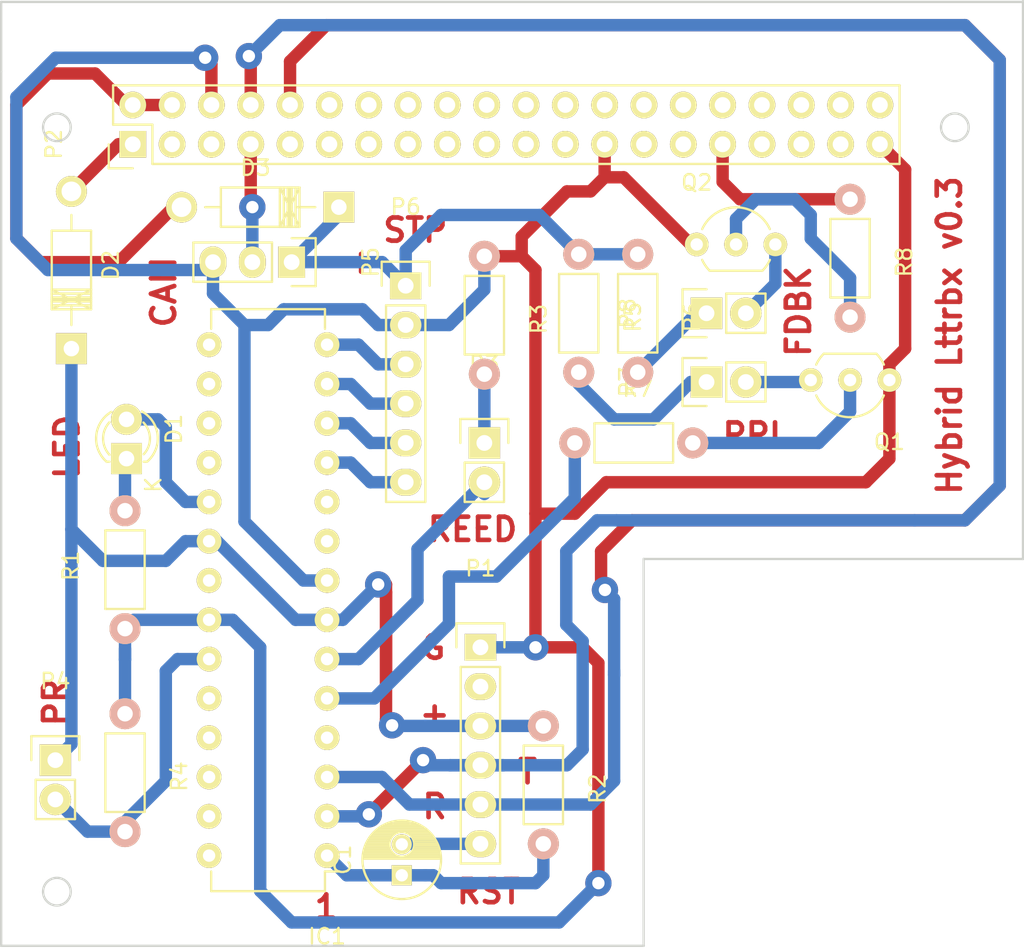
<source format=kicad_pcb>
(kicad_pcb (version 4) (host pcbnew 4.0.1-stable)

  (general
    (links 56)
    (no_connects 6)
    (area 124.924999 98.374999 191.075001 159.575001)
    (thickness 1.6)
    (drawings 32)
    (tracks 228)
    (zones 0)
    (modules 23)
    (nets 27)
  )

  (page A4)
  (layers
    (0 F.Cu signal)
    (31 B.Cu signal)
    (32 B.Adhes user)
    (33 F.Adhes user)
    (34 B.Paste user)
    (35 F.Paste user)
    (36 B.SilkS user)
    (37 F.SilkS user)
    (38 B.Mask user)
    (39 F.Mask user)
    (40 Dwgs.User user hide)
    (41 Cmts.User user)
    (42 Eco1.User user)
    (43 Eco2.User user)
    (44 Edge.Cuts user)
    (45 Margin user)
    (46 B.CrtYd user)
    (47 F.CrtYd user)
    (48 B.Fab user)
    (49 F.Fab user)
  )

  (setup
    (last_trace_width 0.8)
    (trace_clearance 0.8)
    (zone_clearance 0.508)
    (zone_45_only no)
    (trace_min 0.8)
    (segment_width 0.15)
    (edge_width 0.15)
    (via_size 1.7)
    (via_drill 0.8)
    (via_min_size 1.4)
    (via_min_drill 0.8)
    (uvia_size 1.4)
    (uvia_drill 0.8)
    (uvias_allowed no)
    (uvia_min_size 0.2)
    (uvia_min_drill 0.1)
    (pcb_text_width 0.3)
    (pcb_text_size 1.5 1.5)
    (mod_edge_width 0.15)
    (mod_text_size 1 1)
    (mod_text_width 0.15)
    (pad_size 1.524 1.524)
    (pad_drill 0.762)
    (pad_to_mask_clearance 0.2)
    (aux_axis_origin 0 0)
    (visible_elements FFFFFF7F)
    (pcbplotparams
      (layerselection 0x00000_80000001)
      (usegerberextensions false)
      (excludeedgelayer false)
      (linewidth 0.100000)
      (plotframeref false)
      (viasonmask false)
      (mode 1)
      (useauxorigin false)
      (hpglpennumber 1)
      (hpglpenspeed 20)
      (hpglpendiameter 15)
      (hpglpenoverlay 2)
      (psnegative false)
      (psa4output false)
      (plotreference true)
      (plotvalue true)
      (plotinvisibletext false)
      (padsonsilk false)
      (subtractmaskfromsilk false)
      (outputformat 4)
      (mirror false)
      (drillshape 2)
      (scaleselection 1)
      (outputdirectory plots/))
  )

  (net 0 "")
  (net 1 /RST)
  (net 2 "Net-(D1-Pad1)")
  (net 3 /LED)
  (net 4 /PIRX)
  (net 5 /PITX)
  (net 6 /REED)
  (net 7 +3V3)
  (net 8 GND)
  (net 9 /MOT1)
  (net 10 /MOT2)
  (net 11 /MOT3)
  (net 12 /MOT4)
  (net 13 /PRLED)
  (net 14 /PR)
  (net 15 +5V)
  (net 16 "Net-(P2-Pad7)")
  (net 17 /FDBK)
  (net 18 "Net-(P3-Pad1)")
  (net 19 "Net-(P7-Pad1)")
  (net 20 "Net-(P7-Pad2)")
  (net 21 "Net-(P8-Pad1)")
  (net 22 "Net-(P8-Pad2)")
  (net 23 "Net-(Q2-Pad2)")
  (net 24 /DTR)
  (net 25 "Net-(D2-Pad2)")
  (net 26 "Net-(D3-Pad2)")

  (net_class Default "This is the default net class."
    (clearance 0.8)
    (trace_width 0.8)
    (via_dia 1.7)
    (via_drill 0.8)
    (uvia_dia 1.4)
    (uvia_drill 0.8)
    (add_net +3V3)
    (add_net +5V)
    (add_net /DTR)
    (add_net /FDBK)
    (add_net /LED)
    (add_net /MOT1)
    (add_net /MOT2)
    (add_net /MOT3)
    (add_net /MOT4)
    (add_net /PIRX)
    (add_net /PITX)
    (add_net /PR)
    (add_net /PRLED)
    (add_net /REED)
    (add_net /RST)
    (add_net GND)
    (add_net "Net-(D1-Pad1)")
    (add_net "Net-(D2-Pad2)")
    (add_net "Net-(D3-Pad2)")
    (add_net "Net-(P2-Pad7)")
    (add_net "Net-(P3-Pad1)")
    (add_net "Net-(P7-Pad1)")
    (add_net "Net-(P7-Pad2)")
    (add_net "Net-(P8-Pad1)")
    (add_net "Net-(P8-Pad2)")
    (add_net "Net-(Q2-Pad2)")
  )

  (module Pin_Headers:Pin_Header_Straight_2x20 locked (layer F.Cu) (tedit 0) (tstamp 56E82EC8)
    (at 133.5 107.7 90)
    (descr "Through hole pin header")
    (tags "pin header")
    (path /56E6E387)
    (fp_text reference P2 (at 0 -5.1 90) (layer F.SilkS)
      (effects (font (size 1 1) (thickness 0.15)))
    )
    (fp_text value PI_CONN (at 0 -3.1 90) (layer F.Fab)
      (effects (font (size 1 1) (thickness 0.15)))
    )
    (fp_line (start -1.75 -1.75) (end -1.75 50.05) (layer F.CrtYd) (width 0.05))
    (fp_line (start 4.3 -1.75) (end 4.3 50.05) (layer F.CrtYd) (width 0.05))
    (fp_line (start -1.75 -1.75) (end 4.3 -1.75) (layer F.CrtYd) (width 0.05))
    (fp_line (start -1.75 50.05) (end 4.3 50.05) (layer F.CrtYd) (width 0.05))
    (fp_line (start 3.81 49.53) (end 3.81 -1.27) (layer F.SilkS) (width 0.15))
    (fp_line (start -1.27 1.27) (end -1.27 49.53) (layer F.SilkS) (width 0.15))
    (fp_line (start 3.81 49.53) (end -1.27 49.53) (layer F.SilkS) (width 0.15))
    (fp_line (start 3.81 -1.27) (end 1.27 -1.27) (layer F.SilkS) (width 0.15))
    (fp_line (start 0 -1.55) (end -1.55 -1.55) (layer F.SilkS) (width 0.15))
    (fp_line (start 1.27 -1.27) (end 1.27 1.27) (layer F.SilkS) (width 0.15))
    (fp_line (start 1.27 1.27) (end -1.27 1.27) (layer F.SilkS) (width 0.15))
    (fp_line (start -1.55 -1.55) (end -1.55 0) (layer F.SilkS) (width 0.15))
    (pad 1 thru_hole rect (at 0 0 90) (size 1.7272 1.7272) (drill 1.016) (layers *.Cu *.Mask F.SilkS)
      (net 25 "Net-(D2-Pad2)"))
    (pad 2 thru_hole oval (at 2.54 0 90) (size 1.7272 1.7272) (drill 1.016) (layers *.Cu *.Mask F.SilkS)
      (net 26 "Net-(D3-Pad2)"))
    (pad 3 thru_hole oval (at 0 2.54 90) (size 1.7272 1.7272) (drill 1.016) (layers *.Cu *.Mask F.SilkS))
    (pad 4 thru_hole oval (at 2.54 2.54 90) (size 1.7272 1.7272) (drill 1.016) (layers *.Cu *.Mask F.SilkS)
      (net 26 "Net-(D3-Pad2)"))
    (pad 5 thru_hole oval (at 0 5.08 90) (size 1.7272 1.7272) (drill 1.016) (layers *.Cu *.Mask F.SilkS))
    (pad 6 thru_hole oval (at 2.54 5.08 90) (size 1.7272 1.7272) (drill 1.016) (layers *.Cu *.Mask F.SilkS)
      (net 8 GND))
    (pad 7 thru_hole oval (at 0 7.62 90) (size 1.7272 1.7272) (drill 1.016) (layers *.Cu *.Mask F.SilkS)
      (net 16 "Net-(P2-Pad7)"))
    (pad 8 thru_hole oval (at 2.54 7.62 90) (size 1.7272 1.7272) (drill 1.016) (layers *.Cu *.Mask F.SilkS)
      (net 5 /PITX))
    (pad 9 thru_hole oval (at 0 10.16 90) (size 1.7272 1.7272) (drill 1.016) (layers *.Cu *.Mask F.SilkS)
      (net 8 GND))
    (pad 10 thru_hole oval (at 2.54 10.16 90) (size 1.7272 1.7272) (drill 1.016) (layers *.Cu *.Mask F.SilkS)
      (net 4 /PIRX))
    (pad 11 thru_hole oval (at 0 12.7 90) (size 1.7272 1.7272) (drill 1.016) (layers *.Cu *.Mask F.SilkS))
    (pad 12 thru_hole oval (at 2.54 12.7 90) (size 1.7272 1.7272) (drill 1.016) (layers *.Cu *.Mask F.SilkS))
    (pad 13 thru_hole oval (at 0 15.24 90) (size 1.7272 1.7272) (drill 1.016) (layers *.Cu *.Mask F.SilkS))
    (pad 14 thru_hole oval (at 2.54 15.24 90) (size 1.7272 1.7272) (drill 1.016) (layers *.Cu *.Mask F.SilkS)
      (net 8 GND))
    (pad 15 thru_hole oval (at 0 17.78 90) (size 1.7272 1.7272) (drill 1.016) (layers *.Cu *.Mask F.SilkS))
    (pad 16 thru_hole oval (at 2.54 17.78 90) (size 1.7272 1.7272) (drill 1.016) (layers *.Cu *.Mask F.SilkS))
    (pad 17 thru_hole oval (at 0 20.32 90) (size 1.7272 1.7272) (drill 1.016) (layers *.Cu *.Mask F.SilkS))
    (pad 18 thru_hole oval (at 2.54 20.32 90) (size 1.7272 1.7272) (drill 1.016) (layers *.Cu *.Mask F.SilkS))
    (pad 19 thru_hole oval (at 0 22.86 90) (size 1.7272 1.7272) (drill 1.016) (layers *.Cu *.Mask F.SilkS))
    (pad 20 thru_hole oval (at 2.54 22.86 90) (size 1.7272 1.7272) (drill 1.016) (layers *.Cu *.Mask F.SilkS)
      (net 8 GND))
    (pad 21 thru_hole oval (at 0 25.4 90) (size 1.7272 1.7272) (drill 1.016) (layers *.Cu *.Mask F.SilkS))
    (pad 22 thru_hole oval (at 2.54 25.4 90) (size 1.7272 1.7272) (drill 1.016) (layers *.Cu *.Mask F.SilkS))
    (pad 23 thru_hole oval (at 0 27.94 90) (size 1.7272 1.7272) (drill 1.016) (layers *.Cu *.Mask F.SilkS))
    (pad 24 thru_hole oval (at 2.54 27.94 90) (size 1.7272 1.7272) (drill 1.016) (layers *.Cu *.Mask F.SilkS))
    (pad 25 thru_hole oval (at 0 30.48 90) (size 1.7272 1.7272) (drill 1.016) (layers *.Cu *.Mask F.SilkS)
      (net 8 GND))
    (pad 26 thru_hole oval (at 2.54 30.48 90) (size 1.7272 1.7272) (drill 1.016) (layers *.Cu *.Mask F.SilkS))
    (pad 27 thru_hole oval (at 0 33.02 90) (size 1.7272 1.7272) (drill 1.016) (layers *.Cu *.Mask F.SilkS))
    (pad 28 thru_hole oval (at 2.54 33.02 90) (size 1.7272 1.7272) (drill 1.016) (layers *.Cu *.Mask F.SilkS))
    (pad 29 thru_hole oval (at 0 35.56 90) (size 1.7272 1.7272) (drill 1.016) (layers *.Cu *.Mask F.SilkS))
    (pad 30 thru_hole oval (at 2.54 35.56 90) (size 1.7272 1.7272) (drill 1.016) (layers *.Cu *.Mask F.SilkS)
      (net 8 GND))
    (pad 31 thru_hole oval (at 0 38.1 90) (size 1.7272 1.7272) (drill 1.016) (layers *.Cu *.Mask F.SilkS)
      (net 17 /FDBK))
    (pad 32 thru_hole oval (at 2.54 38.1 90) (size 1.7272 1.7272) (drill 1.016) (layers *.Cu *.Mask F.SilkS))
    (pad 33 thru_hole oval (at 0 40.64 90) (size 1.7272 1.7272) (drill 1.016) (layers *.Cu *.Mask F.SilkS))
    (pad 34 thru_hole oval (at 2.54 40.64 90) (size 1.7272 1.7272) (drill 1.016) (layers *.Cu *.Mask F.SilkS)
      (net 8 GND))
    (pad 35 thru_hole oval (at 0 43.18 90) (size 1.7272 1.7272) (drill 1.016) (layers *.Cu *.Mask F.SilkS))
    (pad 36 thru_hole oval (at 2.54 43.18 90) (size 1.7272 1.7272) (drill 1.016) (layers *.Cu *.Mask F.SilkS))
    (pad 37 thru_hole oval (at 0 45.72 90) (size 1.7272 1.7272) (drill 1.016) (layers *.Cu *.Mask F.SilkS))
    (pad 38 thru_hole oval (at 2.54 45.72 90) (size 1.7272 1.7272) (drill 1.016) (layers *.Cu *.Mask F.SilkS))
    (pad 39 thru_hole oval (at 0 48.26 90) (size 1.7272 1.7272) (drill 1.016) (layers *.Cu *.Mask F.SilkS)
      (net 8 GND))
    (pad 40 thru_hole oval (at 2.54 48.26 90) (size 1.7272 1.7272) (drill 1.016) (layers *.Cu *.Mask F.SilkS))
    (model Pin_Headers.3dshapes/Pin_Header_Straight_2x20.wrl
      (at (xyz 0.05 -0.95 0))
      (scale (xyz 1 1 1))
      (rotate (xyz 0 0 90))
    )
  )

  (module Capacitors_ThroughHole:C_Radial_D5_L11_P2 (layer F.Cu) (tedit 0) (tstamp 57503AB0)
    (at 150.876 154.94 90)
    (descr "Radial Electrolytic Capacitor 5mm x Length 11mm, Pitch 2mm")
    (tags "Electrolytic Capacitor")
    (path /56E7E788)
    (fp_text reference C1 (at 1 -3.8 90) (layer F.SilkS)
      (effects (font (size 1 1) (thickness 0.15)))
    )
    (fp_text value "10 uF" (at 1 3.8 90) (layer F.Fab)
      (effects (font (size 1 1) (thickness 0.15)))
    )
    (fp_line (start 1.075 -2.499) (end 1.075 2.499) (layer F.SilkS) (width 0.15))
    (fp_line (start 1.215 -2.491) (end 1.215 -0.154) (layer F.SilkS) (width 0.15))
    (fp_line (start 1.215 0.154) (end 1.215 2.491) (layer F.SilkS) (width 0.15))
    (fp_line (start 1.355 -2.475) (end 1.355 -0.473) (layer F.SilkS) (width 0.15))
    (fp_line (start 1.355 0.473) (end 1.355 2.475) (layer F.SilkS) (width 0.15))
    (fp_line (start 1.495 -2.451) (end 1.495 -0.62) (layer F.SilkS) (width 0.15))
    (fp_line (start 1.495 0.62) (end 1.495 2.451) (layer F.SilkS) (width 0.15))
    (fp_line (start 1.635 -2.418) (end 1.635 -0.712) (layer F.SilkS) (width 0.15))
    (fp_line (start 1.635 0.712) (end 1.635 2.418) (layer F.SilkS) (width 0.15))
    (fp_line (start 1.775 -2.377) (end 1.775 -0.768) (layer F.SilkS) (width 0.15))
    (fp_line (start 1.775 0.768) (end 1.775 2.377) (layer F.SilkS) (width 0.15))
    (fp_line (start 1.915 -2.327) (end 1.915 -0.795) (layer F.SilkS) (width 0.15))
    (fp_line (start 1.915 0.795) (end 1.915 2.327) (layer F.SilkS) (width 0.15))
    (fp_line (start 2.055 -2.266) (end 2.055 -0.798) (layer F.SilkS) (width 0.15))
    (fp_line (start 2.055 0.798) (end 2.055 2.266) (layer F.SilkS) (width 0.15))
    (fp_line (start 2.195 -2.196) (end 2.195 -0.776) (layer F.SilkS) (width 0.15))
    (fp_line (start 2.195 0.776) (end 2.195 2.196) (layer F.SilkS) (width 0.15))
    (fp_line (start 2.335 -2.114) (end 2.335 -0.726) (layer F.SilkS) (width 0.15))
    (fp_line (start 2.335 0.726) (end 2.335 2.114) (layer F.SilkS) (width 0.15))
    (fp_line (start 2.475 -2.019) (end 2.475 -0.644) (layer F.SilkS) (width 0.15))
    (fp_line (start 2.475 0.644) (end 2.475 2.019) (layer F.SilkS) (width 0.15))
    (fp_line (start 2.615 -1.908) (end 2.615 -0.512) (layer F.SilkS) (width 0.15))
    (fp_line (start 2.615 0.512) (end 2.615 1.908) (layer F.SilkS) (width 0.15))
    (fp_line (start 2.755 -1.78) (end 2.755 -0.265) (layer F.SilkS) (width 0.15))
    (fp_line (start 2.755 0.265) (end 2.755 1.78) (layer F.SilkS) (width 0.15))
    (fp_line (start 2.895 -1.631) (end 2.895 1.631) (layer F.SilkS) (width 0.15))
    (fp_line (start 3.035 -1.452) (end 3.035 1.452) (layer F.SilkS) (width 0.15))
    (fp_line (start 3.175 -1.233) (end 3.175 1.233) (layer F.SilkS) (width 0.15))
    (fp_line (start 3.315 -0.944) (end 3.315 0.944) (layer F.SilkS) (width 0.15))
    (fp_line (start 3.455 -0.472) (end 3.455 0.472) (layer F.SilkS) (width 0.15))
    (fp_circle (center 2 0) (end 2 -0.8) (layer F.SilkS) (width 0.15))
    (fp_circle (center 1 0) (end 1 -2.5375) (layer F.SilkS) (width 0.15))
    (fp_circle (center 1 0) (end 1 -2.8) (layer F.CrtYd) (width 0.05))
    (pad 1 thru_hole rect (at 0 0 90) (size 1.3 1.3) (drill 0.8) (layers *.Cu *.Mask F.SilkS)
      (net 1 /RST))
    (pad 2 thru_hole circle (at 2 0 90) (size 1.3 1.3) (drill 0.8) (layers *.Cu *.Mask F.SilkS)
      (net 24 /DTR))
    (model Capacitors_ThroughHole.3dshapes/C_Radial_D5_L11_P2.wrl
      (at (xyz 0 0 0))
      (scale (xyz 1 1 1))
      (rotate (xyz 0 0 0))
    )
  )

  (module LEDs:LED-3MM (layer F.Cu) (tedit 559B82F6) (tstamp 57503AB6)
    (at 133.096 128.016 90)
    (descr "LED 3mm round vertical")
    (tags "LED  3mm round vertical")
    (path /56E80E29)
    (fp_text reference D1 (at 1.91 3.06 90) (layer F.SilkS)
      (effects (font (size 1 1) (thickness 0.15)))
    )
    (fp_text value LED (at 1.3 -2.9 90) (layer F.Fab)
      (effects (font (size 1 1) (thickness 0.15)))
    )
    (fp_line (start -1.2 2.3) (end 3.8 2.3) (layer F.CrtYd) (width 0.05))
    (fp_line (start 3.8 2.3) (end 3.8 -2.2) (layer F.CrtYd) (width 0.05))
    (fp_line (start 3.8 -2.2) (end -1.2 -2.2) (layer F.CrtYd) (width 0.05))
    (fp_line (start -1.2 -2.2) (end -1.2 2.3) (layer F.CrtYd) (width 0.05))
    (fp_line (start -0.199 1.314) (end -0.199 1.114) (layer F.SilkS) (width 0.15))
    (fp_line (start -0.199 -1.28) (end -0.199 -1.1) (layer F.SilkS) (width 0.15))
    (fp_arc (start 1.301 0.034) (end -0.199 -1.286) (angle 108.5) (layer F.SilkS) (width 0.15))
    (fp_arc (start 1.301 0.034) (end 0.25 -1.1) (angle 85.7) (layer F.SilkS) (width 0.15))
    (fp_arc (start 1.311 0.034) (end 3.051 0.994) (angle 110) (layer F.SilkS) (width 0.15))
    (fp_arc (start 1.301 0.034) (end 2.335 1.094) (angle 87.5) (layer F.SilkS) (width 0.15))
    (fp_text user K (at -1.69 1.74 90) (layer F.SilkS)
      (effects (font (size 1 1) (thickness 0.15)))
    )
    (pad 1 thru_hole rect (at 0 0 180) (size 2 2) (drill 1.00076) (layers *.Cu *.Mask F.SilkS)
      (net 2 "Net-(D1-Pad1)"))
    (pad 2 thru_hole circle (at 2.54 0 90) (size 2 2) (drill 1.00076) (layers *.Cu *.Mask F.SilkS)
      (net 3 /LED))
    (model LEDs.3dshapes/LED-3MM.wrl
      (at (xyz 0.05 0 0))
      (scale (xyz 1 1 1))
      (rotate (xyz 0 0 90))
    )
  )

  (module Diodes_ThroughHole:Diode_DO-41_SOD81_Horizontal_RM10 (layer F.Cu) (tedit 552FFCCE) (tstamp 57503ABC)
    (at 129.54 120.904 90)
    (descr "Diode, DO-41, SOD81, Horizontal, RM 10mm,")
    (tags "Diode, DO-41, SOD81, Horizontal, RM 10mm, 1N4007, SB140,")
    (path /5750348E)
    (fp_text reference D2 (at 5.38734 2.53746 90) (layer F.SilkS)
      (effects (font (size 1 1) (thickness 0.15)))
    )
    (fp_text value D (at 4.37134 -3.55854 90) (layer F.Fab)
      (effects (font (size 1 1) (thickness 0.15)))
    )
    (fp_line (start 7.62 -0.00254) (end 8.636 -0.00254) (layer F.SilkS) (width 0.15))
    (fp_line (start 2.794 -0.00254) (end 1.524 -0.00254) (layer F.SilkS) (width 0.15))
    (fp_line (start 3.048 -1.27254) (end 3.048 1.26746) (layer F.SilkS) (width 0.15))
    (fp_line (start 3.302 -1.27254) (end 3.302 1.26746) (layer F.SilkS) (width 0.15))
    (fp_line (start 3.556 -1.27254) (end 3.556 1.26746) (layer F.SilkS) (width 0.15))
    (fp_line (start 2.794 -1.27254) (end 2.794 1.26746) (layer F.SilkS) (width 0.15))
    (fp_line (start 3.81 -1.27254) (end 2.54 1.26746) (layer F.SilkS) (width 0.15))
    (fp_line (start 2.54 -1.27254) (end 3.81 1.26746) (layer F.SilkS) (width 0.15))
    (fp_line (start 3.81 -1.27254) (end 3.81 1.26746) (layer F.SilkS) (width 0.15))
    (fp_line (start 3.175 -1.27254) (end 3.175 1.26746) (layer F.SilkS) (width 0.15))
    (fp_line (start 2.54 1.26746) (end 2.54 -1.27254) (layer F.SilkS) (width 0.15))
    (fp_line (start 2.54 -1.27254) (end 7.62 -1.27254) (layer F.SilkS) (width 0.15))
    (fp_line (start 7.62 -1.27254) (end 7.62 1.26746) (layer F.SilkS) (width 0.15))
    (fp_line (start 7.62 1.26746) (end 2.54 1.26746) (layer F.SilkS) (width 0.15))
    (pad 2 thru_hole circle (at 10.16 -0.00254 270) (size 1.99898 1.99898) (drill 1.27) (layers *.Cu *.Mask F.SilkS)
      (net 25 "Net-(D2-Pad2)"))
    (pad 1 thru_hole rect (at 0 -0.00254 270) (size 1.99898 1.99898) (drill 1.00076) (layers *.Cu *.Mask F.SilkS)
      (net 7 +3V3))
  )

  (module Diodes_ThroughHole:Diode_DO-41_SOD81_Horizontal_RM10 (layer F.Cu) (tedit 552FFCCE) (tstamp 57503AC2)
    (at 146.812 111.76 180)
    (descr "Diode, DO-41, SOD81, Horizontal, RM 10mm,")
    (tags "Diode, DO-41, SOD81, Horizontal, RM 10mm, 1N4007, SB140,")
    (path /57504387)
    (fp_text reference D3 (at 5.38734 2.53746 180) (layer F.SilkS)
      (effects (font (size 1 1) (thickness 0.15)))
    )
    (fp_text value D (at 4.37134 -3.55854 180) (layer F.Fab)
      (effects (font (size 1 1) (thickness 0.15)))
    )
    (fp_line (start 7.62 -0.00254) (end 8.636 -0.00254) (layer F.SilkS) (width 0.15))
    (fp_line (start 2.794 -0.00254) (end 1.524 -0.00254) (layer F.SilkS) (width 0.15))
    (fp_line (start 3.048 -1.27254) (end 3.048 1.26746) (layer F.SilkS) (width 0.15))
    (fp_line (start 3.302 -1.27254) (end 3.302 1.26746) (layer F.SilkS) (width 0.15))
    (fp_line (start 3.556 -1.27254) (end 3.556 1.26746) (layer F.SilkS) (width 0.15))
    (fp_line (start 2.794 -1.27254) (end 2.794 1.26746) (layer F.SilkS) (width 0.15))
    (fp_line (start 3.81 -1.27254) (end 2.54 1.26746) (layer F.SilkS) (width 0.15))
    (fp_line (start 2.54 -1.27254) (end 3.81 1.26746) (layer F.SilkS) (width 0.15))
    (fp_line (start 3.81 -1.27254) (end 3.81 1.26746) (layer F.SilkS) (width 0.15))
    (fp_line (start 3.175 -1.27254) (end 3.175 1.26746) (layer F.SilkS) (width 0.15))
    (fp_line (start 2.54 1.26746) (end 2.54 -1.27254) (layer F.SilkS) (width 0.15))
    (fp_line (start 2.54 -1.27254) (end 7.62 -1.27254) (layer F.SilkS) (width 0.15))
    (fp_line (start 7.62 -1.27254) (end 7.62 1.26746) (layer F.SilkS) (width 0.15))
    (fp_line (start 7.62 1.26746) (end 2.54 1.26746) (layer F.SilkS) (width 0.15))
    (pad 2 thru_hole circle (at 10.16 -0.00254) (size 1.99898 1.99898) (drill 1.27) (layers *.Cu *.Mask F.SilkS)
      (net 26 "Net-(D3-Pad2)"))
    (pad 1 thru_hole rect (at 0 -0.00254) (size 1.99898 1.99898) (drill 1.00076) (layers *.Cu *.Mask F.SilkS)
      (net 15 +5V))
  )

  (module Housings_DIP:DIP-28_W7.62mm (layer F.Cu) (tedit 54130A77) (tstamp 57503AE2)
    (at 146.05 153.67 180)
    (descr "28-lead dip package, row spacing 7.62 mm (300 mils)")
    (tags "dil dip 2.54 300")
    (path /56E6E11E)
    (fp_text reference IC1 (at 0 -5.22 180) (layer F.SilkS)
      (effects (font (size 1 1) (thickness 0.15)))
    )
    (fp_text value ATMEGA328P-P (at 0 -3.72 180) (layer F.Fab)
      (effects (font (size 1 1) (thickness 0.15)))
    )
    (fp_line (start -1.05 -2.45) (end -1.05 35.5) (layer F.CrtYd) (width 0.05))
    (fp_line (start 8.65 -2.45) (end 8.65 35.5) (layer F.CrtYd) (width 0.05))
    (fp_line (start -1.05 -2.45) (end 8.65 -2.45) (layer F.CrtYd) (width 0.05))
    (fp_line (start -1.05 35.5) (end 8.65 35.5) (layer F.CrtYd) (width 0.05))
    (fp_line (start 0.135 -2.295) (end 0.135 -1.025) (layer F.SilkS) (width 0.15))
    (fp_line (start 7.485 -2.295) (end 7.485 -1.025) (layer F.SilkS) (width 0.15))
    (fp_line (start 7.485 35.315) (end 7.485 34.045) (layer F.SilkS) (width 0.15))
    (fp_line (start 0.135 35.315) (end 0.135 34.045) (layer F.SilkS) (width 0.15))
    (fp_line (start 0.135 -2.295) (end 7.485 -2.295) (layer F.SilkS) (width 0.15))
    (fp_line (start 0.135 35.315) (end 7.485 35.315) (layer F.SilkS) (width 0.15))
    (fp_line (start 0.135 -1.025) (end -0.8 -1.025) (layer F.SilkS) (width 0.15))
    (pad 1 thru_hole oval (at 0 0 180) (size 1.6 1.6) (drill 0.8) (layers *.Cu *.Mask F.SilkS)
      (net 1 /RST))
    (pad 2 thru_hole oval (at 0 2.54 180) (size 1.6 1.6) (drill 0.8) (layers *.Cu *.Mask F.SilkS)
      (net 5 /PITX))
    (pad 3 thru_hole oval (at 0 5.08 180) (size 1.6 1.6) (drill 0.8) (layers *.Cu *.Mask F.SilkS)
      (net 4 /PIRX))
    (pad 4 thru_hole oval (at 0 7.62 180) (size 1.6 1.6) (drill 0.8) (layers *.Cu *.Mask F.SilkS))
    (pad 5 thru_hole oval (at 0 10.16 180) (size 1.6 1.6) (drill 0.8) (layers *.Cu *.Mask F.SilkS)
      (net 13 /PRLED))
    (pad 6 thru_hole oval (at 0 12.7 180) (size 1.6 1.6) (drill 0.8) (layers *.Cu *.Mask F.SilkS)
      (net 6 /REED))
    (pad 7 thru_hole oval (at 0 15.24 180) (size 1.6 1.6) (drill 0.8) (layers *.Cu *.Mask F.SilkS)
      (net 7 +3V3))
    (pad 8 thru_hole oval (at 0 17.78 180) (size 1.6 1.6) (drill 0.8) (layers *.Cu *.Mask F.SilkS)
      (net 8 GND))
    (pad 9 thru_hole oval (at 0 20.32 180) (size 1.6 1.6) (drill 0.8) (layers *.Cu *.Mask F.SilkS))
    (pad 10 thru_hole oval (at 0 22.86 180) (size 1.6 1.6) (drill 0.8) (layers *.Cu *.Mask F.SilkS))
    (pad 11 thru_hole oval (at 0 25.4 180) (size 1.6 1.6) (drill 0.8) (layers *.Cu *.Mask F.SilkS)
      (net 9 /MOT1))
    (pad 12 thru_hole oval (at 0 27.94 180) (size 1.6 1.6) (drill 0.8) (layers *.Cu *.Mask F.SilkS)
      (net 10 /MOT2))
    (pad 13 thru_hole oval (at 0 30.48 180) (size 1.6 1.6) (drill 0.8) (layers *.Cu *.Mask F.SilkS)
      (net 11 /MOT3))
    (pad 14 thru_hole oval (at 0 33.02 180) (size 1.6 1.6) (drill 0.8) (layers *.Cu *.Mask F.SilkS)
      (net 12 /MOT4))
    (pad 15 thru_hole oval (at 7.62 33.02 180) (size 1.6 1.6) (drill 0.8) (layers *.Cu *.Mask F.SilkS))
    (pad 16 thru_hole oval (at 7.62 30.48 180) (size 1.6 1.6) (drill 0.8) (layers *.Cu *.Mask F.SilkS))
    (pad 17 thru_hole oval (at 7.62 27.94 180) (size 1.6 1.6) (drill 0.8) (layers *.Cu *.Mask F.SilkS))
    (pad 18 thru_hole oval (at 7.62 25.4 180) (size 1.6 1.6) (drill 0.8) (layers *.Cu *.Mask F.SilkS))
    (pad 19 thru_hole oval (at 7.62 22.86 180) (size 1.6 1.6) (drill 0.8) (layers *.Cu *.Mask F.SilkS)
      (net 3 /LED))
    (pad 20 thru_hole oval (at 7.62 20.32 180) (size 1.6 1.6) (drill 0.8) (layers *.Cu *.Mask F.SilkS)
      (net 7 +3V3))
    (pad 21 thru_hole oval (at 7.62 17.78 180) (size 1.6 1.6) (drill 0.8) (layers *.Cu *.Mask F.SilkS))
    (pad 22 thru_hole oval (at 7.62 15.24 180) (size 1.6 1.6) (drill 0.8) (layers *.Cu *.Mask F.SilkS)
      (net 8 GND))
    (pad 23 thru_hole oval (at 7.62 12.7 180) (size 1.6 1.6) (drill 0.8) (layers *.Cu *.Mask F.SilkS)
      (net 14 /PR))
    (pad 24 thru_hole oval (at 7.62 10.16 180) (size 1.6 1.6) (drill 0.8) (layers *.Cu *.Mask F.SilkS))
    (pad 25 thru_hole oval (at 7.62 7.62 180) (size 1.6 1.6) (drill 0.8) (layers *.Cu *.Mask F.SilkS))
    (pad 26 thru_hole oval (at 7.62 5.08 180) (size 1.6 1.6) (drill 0.8) (layers *.Cu *.Mask F.SilkS))
    (pad 27 thru_hole oval (at 7.62 2.54 180) (size 1.6 1.6) (drill 0.8) (layers *.Cu *.Mask F.SilkS))
    (pad 28 thru_hole oval (at 7.62 0 180) (size 1.6 1.6) (drill 0.8) (layers *.Cu *.Mask F.SilkS))
    (model Housings_DIP.3dshapes/DIP-28_W7.62mm.wrl
      (at (xyz 0 0 0))
      (scale (xyz 1 1 1))
      (rotate (xyz 0 0 0))
    )
  )

  (module Pin_Headers:Pin_Header_Straight_1x06 (layer F.Cu) (tedit 0) (tstamp 57503AEC)
    (at 155.956 140.208)
    (descr "Through hole pin header")
    (tags "pin header")
    (path /574F20C0)
    (fp_text reference P1 (at 0 -5.1) (layer F.SilkS)
      (effects (font (size 1 1) (thickness 0.15)))
    )
    (fp_text value SERIAL (at 0 -3.1) (layer F.Fab)
      (effects (font (size 1 1) (thickness 0.15)))
    )
    (fp_line (start -1.75 -1.75) (end -1.75 14.45) (layer F.CrtYd) (width 0.05))
    (fp_line (start 1.75 -1.75) (end 1.75 14.45) (layer F.CrtYd) (width 0.05))
    (fp_line (start -1.75 -1.75) (end 1.75 -1.75) (layer F.CrtYd) (width 0.05))
    (fp_line (start -1.75 14.45) (end 1.75 14.45) (layer F.CrtYd) (width 0.05))
    (fp_line (start 1.27 1.27) (end 1.27 13.97) (layer F.SilkS) (width 0.15))
    (fp_line (start 1.27 13.97) (end -1.27 13.97) (layer F.SilkS) (width 0.15))
    (fp_line (start -1.27 13.97) (end -1.27 1.27) (layer F.SilkS) (width 0.15))
    (fp_line (start 1.55 -1.55) (end 1.55 0) (layer F.SilkS) (width 0.15))
    (fp_line (start 1.27 1.27) (end -1.27 1.27) (layer F.SilkS) (width 0.15))
    (fp_line (start -1.55 0) (end -1.55 -1.55) (layer F.SilkS) (width 0.15))
    (fp_line (start -1.55 -1.55) (end 1.55 -1.55) (layer F.SilkS) (width 0.15))
    (pad 1 thru_hole rect (at 0 0) (size 2.032 1.7272) (drill 1.016) (layers *.Cu *.Mask F.SilkS)
      (net 8 GND))
    (pad 2 thru_hole oval (at 0 2.54) (size 2.032 1.7272) (drill 1.016) (layers *.Cu *.Mask F.SilkS))
    (pad 3 thru_hole oval (at 0 5.08) (size 2.032 1.7272) (drill 1.016) (layers *.Cu *.Mask F.SilkS)
      (net 7 +3V3))
    (pad 4 thru_hole oval (at 0 7.62) (size 2.032 1.7272) (drill 1.016) (layers *.Cu *.Mask F.SilkS)
      (net 5 /PITX))
    (pad 5 thru_hole oval (at 0 10.16) (size 2.032 1.7272) (drill 1.016) (layers *.Cu *.Mask F.SilkS)
      (net 4 /PIRX))
    (pad 6 thru_hole oval (at 0 12.7) (size 2.032 1.7272) (drill 1.016) (layers *.Cu *.Mask F.SilkS)
      (net 24 /DTR))
    (model Pin_Headers.3dshapes/Pin_Header_Straight_1x06.wrl
      (at (xyz 0 -0.25 0))
      (scale (xyz 1 1 1))
      (rotate (xyz 0 0 90))
    )
  )

  (module Pin_Headers:Pin_Header_Straight_1x02 (layer F.Cu) (tedit 54EA090C) (tstamp 57503AF2)
    (at 156.21 127)
    (descr "Through hole pin header")
    (tags "pin header")
    (path /56E7F556)
    (fp_text reference P3 (at 0 -5.1) (layer F.SilkS)
      (effects (font (size 1 1) (thickness 0.15)))
    )
    (fp_text value REED (at 0 -3.1) (layer F.Fab)
      (effects (font (size 1 1) (thickness 0.15)))
    )
    (fp_line (start 1.27 1.27) (end 1.27 3.81) (layer F.SilkS) (width 0.15))
    (fp_line (start 1.55 -1.55) (end 1.55 0) (layer F.SilkS) (width 0.15))
    (fp_line (start -1.75 -1.75) (end -1.75 4.3) (layer F.CrtYd) (width 0.05))
    (fp_line (start 1.75 -1.75) (end 1.75 4.3) (layer F.CrtYd) (width 0.05))
    (fp_line (start -1.75 -1.75) (end 1.75 -1.75) (layer F.CrtYd) (width 0.05))
    (fp_line (start -1.75 4.3) (end 1.75 4.3) (layer F.CrtYd) (width 0.05))
    (fp_line (start 1.27 1.27) (end -1.27 1.27) (layer F.SilkS) (width 0.15))
    (fp_line (start -1.55 0) (end -1.55 -1.55) (layer F.SilkS) (width 0.15))
    (fp_line (start -1.55 -1.55) (end 1.55 -1.55) (layer F.SilkS) (width 0.15))
    (fp_line (start -1.27 1.27) (end -1.27 3.81) (layer F.SilkS) (width 0.15))
    (fp_line (start -1.27 3.81) (end 1.27 3.81) (layer F.SilkS) (width 0.15))
    (pad 1 thru_hole rect (at 0 0) (size 2.032 2.032) (drill 1.016) (layers *.Cu *.Mask F.SilkS)
      (net 18 "Net-(P3-Pad1)"))
    (pad 2 thru_hole oval (at 0 2.54) (size 2.032 2.032) (drill 1.016) (layers *.Cu *.Mask F.SilkS)
      (net 6 /REED))
    (model Pin_Headers.3dshapes/Pin_Header_Straight_1x02.wrl
      (at (xyz 0 -0.05 0))
      (scale (xyz 1 1 1))
      (rotate (xyz 0 0 90))
    )
  )

  (module Pin_Headers:Pin_Header_Straight_1x02 (layer F.Cu) (tedit 54EA090C) (tstamp 57503AF8)
    (at 128.5 147.5)
    (descr "Through hole pin header")
    (tags "pin header")
    (path /56E7FBDE)
    (fp_text reference P4 (at 0 -5.1) (layer F.SilkS)
      (effects (font (size 1 1) (thickness 0.15)))
    )
    (fp_text value PR (at 0 -3.1) (layer F.Fab)
      (effects (font (size 1 1) (thickness 0.15)))
    )
    (fp_line (start 1.27 1.27) (end 1.27 3.81) (layer F.SilkS) (width 0.15))
    (fp_line (start 1.55 -1.55) (end 1.55 0) (layer F.SilkS) (width 0.15))
    (fp_line (start -1.75 -1.75) (end -1.75 4.3) (layer F.CrtYd) (width 0.05))
    (fp_line (start 1.75 -1.75) (end 1.75 4.3) (layer F.CrtYd) (width 0.05))
    (fp_line (start -1.75 -1.75) (end 1.75 -1.75) (layer F.CrtYd) (width 0.05))
    (fp_line (start -1.75 4.3) (end 1.75 4.3) (layer F.CrtYd) (width 0.05))
    (fp_line (start 1.27 1.27) (end -1.27 1.27) (layer F.SilkS) (width 0.15))
    (fp_line (start -1.55 0) (end -1.55 -1.55) (layer F.SilkS) (width 0.15))
    (fp_line (start -1.55 -1.55) (end 1.55 -1.55) (layer F.SilkS) (width 0.15))
    (fp_line (start -1.27 1.27) (end -1.27 3.81) (layer F.SilkS) (width 0.15))
    (fp_line (start -1.27 3.81) (end 1.27 3.81) (layer F.SilkS) (width 0.15))
    (pad 1 thru_hole rect (at 0 0) (size 2.032 2.032) (drill 1.016) (layers *.Cu *.Mask F.SilkS)
      (net 7 +3V3))
    (pad 2 thru_hole oval (at 0 2.54) (size 2.032 2.032) (drill 1.016) (layers *.Cu *.Mask F.SilkS)
      (net 14 /PR))
    (model Pin_Headers.3dshapes/Pin_Header_Straight_1x02.wrl
      (at (xyz 0 -0.05 0))
      (scale (xyz 1 1 1))
      (rotate (xyz 0 0 90))
    )
  )

  (module Pin_Headers:Pin_Header_Straight_1x03 (layer F.Cu) (tedit 0) (tstamp 57503AFF)
    (at 143.764 115.316 270)
    (descr "Through hole pin header")
    (tags "pin header")
    (path /56E7DEB4)
    (fp_text reference P5 (at 0 -5.1 270) (layer F.SilkS)
      (effects (font (size 1 1) (thickness 0.15)))
    )
    (fp_text value CAM_LEDS (at 0 -3.1 270) (layer F.Fab)
      (effects (font (size 1 1) (thickness 0.15)))
    )
    (fp_line (start -1.75 -1.75) (end -1.75 6.85) (layer F.CrtYd) (width 0.05))
    (fp_line (start 1.75 -1.75) (end 1.75 6.85) (layer F.CrtYd) (width 0.05))
    (fp_line (start -1.75 -1.75) (end 1.75 -1.75) (layer F.CrtYd) (width 0.05))
    (fp_line (start -1.75 6.85) (end 1.75 6.85) (layer F.CrtYd) (width 0.05))
    (fp_line (start -1.27 1.27) (end -1.27 6.35) (layer F.SilkS) (width 0.15))
    (fp_line (start -1.27 6.35) (end 1.27 6.35) (layer F.SilkS) (width 0.15))
    (fp_line (start 1.27 6.35) (end 1.27 1.27) (layer F.SilkS) (width 0.15))
    (fp_line (start 1.55 -1.55) (end 1.55 0) (layer F.SilkS) (width 0.15))
    (fp_line (start 1.27 1.27) (end -1.27 1.27) (layer F.SilkS) (width 0.15))
    (fp_line (start -1.55 0) (end -1.55 -1.55) (layer F.SilkS) (width 0.15))
    (fp_line (start -1.55 -1.55) (end 1.55 -1.55) (layer F.SilkS) (width 0.15))
    (pad 1 thru_hole rect (at 0 0 270) (size 2.032 1.7272) (drill 1.016) (layers *.Cu *.Mask F.SilkS)
      (net 15 +5V))
    (pad 2 thru_hole oval (at 0 2.54 270) (size 2.032 1.7272) (drill 1.016) (layers *.Cu *.Mask F.SilkS)
      (net 16 "Net-(P2-Pad7)"))
    (pad 3 thru_hole oval (at 0 5.08 270) (size 2.032 1.7272) (drill 1.016) (layers *.Cu *.Mask F.SilkS)
      (net 8 GND))
    (model Pin_Headers.3dshapes/Pin_Header_Straight_1x03.wrl
      (at (xyz 0 -0.1 0))
      (scale (xyz 1 1 1))
      (rotate (xyz 0 0 90))
    )
  )

  (module Pin_Headers:Pin_Header_Straight_1x06 (layer F.Cu) (tedit 0) (tstamp 57503B09)
    (at 151.13 116.84)
    (descr "Through hole pin header")
    (tags "pin header")
    (path /574EEFBB)
    (fp_text reference P6 (at 0 -5.1) (layer F.SilkS)
      (effects (font (size 1 1) (thickness 0.15)))
    )
    (fp_text value STEPPER (at 0 -3.1) (layer F.Fab)
      (effects (font (size 1 1) (thickness 0.15)))
    )
    (fp_line (start -1.75 -1.75) (end -1.75 14.45) (layer F.CrtYd) (width 0.05))
    (fp_line (start 1.75 -1.75) (end 1.75 14.45) (layer F.CrtYd) (width 0.05))
    (fp_line (start -1.75 -1.75) (end 1.75 -1.75) (layer F.CrtYd) (width 0.05))
    (fp_line (start -1.75 14.45) (end 1.75 14.45) (layer F.CrtYd) (width 0.05))
    (fp_line (start 1.27 1.27) (end 1.27 13.97) (layer F.SilkS) (width 0.15))
    (fp_line (start 1.27 13.97) (end -1.27 13.97) (layer F.SilkS) (width 0.15))
    (fp_line (start -1.27 13.97) (end -1.27 1.27) (layer F.SilkS) (width 0.15))
    (fp_line (start 1.55 -1.55) (end 1.55 0) (layer F.SilkS) (width 0.15))
    (fp_line (start 1.27 1.27) (end -1.27 1.27) (layer F.SilkS) (width 0.15))
    (fp_line (start -1.55 0) (end -1.55 -1.55) (layer F.SilkS) (width 0.15))
    (fp_line (start -1.55 -1.55) (end 1.55 -1.55) (layer F.SilkS) (width 0.15))
    (pad 1 thru_hole rect (at 0 0) (size 2.032 1.7272) (drill 1.016) (layers *.Cu *.Mask F.SilkS)
      (net 15 +5V))
    (pad 2 thru_hole oval (at 0 2.54) (size 2.032 1.7272) (drill 1.016) (layers *.Cu *.Mask F.SilkS)
      (net 8 GND))
    (pad 3 thru_hole oval (at 0 5.08) (size 2.032 1.7272) (drill 1.016) (layers *.Cu *.Mask F.SilkS)
      (net 12 /MOT4))
    (pad 4 thru_hole oval (at 0 7.62) (size 2.032 1.7272) (drill 1.016) (layers *.Cu *.Mask F.SilkS)
      (net 11 /MOT3))
    (pad 5 thru_hole oval (at 0 10.16) (size 2.032 1.7272) (drill 1.016) (layers *.Cu *.Mask F.SilkS)
      (net 10 /MOT2))
    (pad 6 thru_hole oval (at 0 12.7) (size 2.032 1.7272) (drill 1.016) (layers *.Cu *.Mask F.SilkS)
      (net 9 /MOT1))
    (model Pin_Headers.3dshapes/Pin_Header_Straight_1x06.wrl
      (at (xyz 0 -0.25 0))
      (scale (xyz 1 1 1))
      (rotate (xyz 0 0 90))
    )
  )

  (module Pin_Headers:Pin_Header_Straight_1x02 (layer F.Cu) (tedit 54EA090C) (tstamp 57503B0F)
    (at 170.561 123.063 90)
    (descr "Through hole pin header")
    (tags "pin header")
    (path /56E7FE7A)
    (fp_text reference P7 (at 0 -5.1 90) (layer F.SilkS)
      (effects (font (size 1 1) (thickness 0.15)))
    )
    (fp_text value PR_LED (at 0 -3.1 90) (layer F.Fab)
      (effects (font (size 1 1) (thickness 0.15)))
    )
    (fp_line (start 1.27 1.27) (end 1.27 3.81) (layer F.SilkS) (width 0.15))
    (fp_line (start 1.55 -1.55) (end 1.55 0) (layer F.SilkS) (width 0.15))
    (fp_line (start -1.75 -1.75) (end -1.75 4.3) (layer F.CrtYd) (width 0.05))
    (fp_line (start 1.75 -1.75) (end 1.75 4.3) (layer F.CrtYd) (width 0.05))
    (fp_line (start -1.75 -1.75) (end 1.75 -1.75) (layer F.CrtYd) (width 0.05))
    (fp_line (start -1.75 4.3) (end 1.75 4.3) (layer F.CrtYd) (width 0.05))
    (fp_line (start 1.27 1.27) (end -1.27 1.27) (layer F.SilkS) (width 0.15))
    (fp_line (start -1.55 0) (end -1.55 -1.55) (layer F.SilkS) (width 0.15))
    (fp_line (start -1.55 -1.55) (end 1.55 -1.55) (layer F.SilkS) (width 0.15))
    (fp_line (start -1.27 1.27) (end -1.27 3.81) (layer F.SilkS) (width 0.15))
    (fp_line (start -1.27 3.81) (end 1.27 3.81) (layer F.SilkS) (width 0.15))
    (pad 1 thru_hole rect (at 0 0 90) (size 2.032 2.032) (drill 1.016) (layers *.Cu *.Mask F.SilkS)
      (net 19 "Net-(P7-Pad1)"))
    (pad 2 thru_hole oval (at 0 2.54 90) (size 2.032 2.032) (drill 1.016) (layers *.Cu *.Mask F.SilkS)
      (net 20 "Net-(P7-Pad2)"))
    (model Pin_Headers.3dshapes/Pin_Header_Straight_1x02.wrl
      (at (xyz 0 -0.05 0))
      (scale (xyz 1 1 1))
      (rotate (xyz 0 0 90))
    )
  )

  (module Pin_Headers:Pin_Header_Straight_1x02 (layer F.Cu) (tedit 54EA090C) (tstamp 57503B15)
    (at 170.561 118.618 90)
    (descr "Through hole pin header")
    (tags "pin header")
    (path /56E84DF1)
    (fp_text reference P8 (at 0 -5.1 90) (layer F.SilkS)
      (effects (font (size 1 1) (thickness 0.15)))
    )
    (fp_text value FDBK_LED (at 0 -3.1 90) (layer F.Fab)
      (effects (font (size 1 1) (thickness 0.15)))
    )
    (fp_line (start 1.27 1.27) (end 1.27 3.81) (layer F.SilkS) (width 0.15))
    (fp_line (start 1.55 -1.55) (end 1.55 0) (layer F.SilkS) (width 0.15))
    (fp_line (start -1.75 -1.75) (end -1.75 4.3) (layer F.CrtYd) (width 0.05))
    (fp_line (start 1.75 -1.75) (end 1.75 4.3) (layer F.CrtYd) (width 0.05))
    (fp_line (start -1.75 -1.75) (end 1.75 -1.75) (layer F.CrtYd) (width 0.05))
    (fp_line (start -1.75 4.3) (end 1.75 4.3) (layer F.CrtYd) (width 0.05))
    (fp_line (start 1.27 1.27) (end -1.27 1.27) (layer F.SilkS) (width 0.15))
    (fp_line (start -1.55 0) (end -1.55 -1.55) (layer F.SilkS) (width 0.15))
    (fp_line (start -1.55 -1.55) (end 1.55 -1.55) (layer F.SilkS) (width 0.15))
    (fp_line (start -1.27 1.27) (end -1.27 3.81) (layer F.SilkS) (width 0.15))
    (fp_line (start -1.27 3.81) (end 1.27 3.81) (layer F.SilkS) (width 0.15))
    (pad 1 thru_hole rect (at 0 0 90) (size 2.032 2.032) (drill 1.016) (layers *.Cu *.Mask F.SilkS)
      (net 21 "Net-(P8-Pad1)"))
    (pad 2 thru_hole oval (at 0 2.54 90) (size 2.032 2.032) (drill 1.016) (layers *.Cu *.Mask F.SilkS)
      (net 22 "Net-(P8-Pad2)"))
    (model Pin_Headers.3dshapes/Pin_Header_Straight_1x02.wrl
      (at (xyz 0 -0.05 0))
      (scale (xyz 1 1 1))
      (rotate (xyz 0 0 90))
    )
  )

  (module TO_SOT_Packages_THT:TO-92_Inline_Wide (layer F.Cu) (tedit 54F242B4) (tstamp 57503B1C)
    (at 182.372 122.936 180)
    (descr "TO-92 leads in-line, wide, drill 0.8mm (see NXP sot054_po.pdf)")
    (tags "to-92 sc-43 sc-43a sot54 PA33 transistor")
    (path /574EF3FE)
    (fp_text reference Q1 (at 0 -4 360) (layer F.SilkS)
      (effects (font (size 1 1) (thickness 0.15)))
    )
    (fp_text value BC547 (at 0 3 180) (layer F.Fab)
      (effects (font (size 1 1) (thickness 0.15)))
    )
    (fp_arc (start 2.54 0) (end 0.84 1.7) (angle 20.5) (layer F.SilkS) (width 0.15))
    (fp_arc (start 2.54 0) (end 4.24 1.7) (angle -20.5) (layer F.SilkS) (width 0.15))
    (fp_line (start -1 1.95) (end -1 -2.65) (layer F.CrtYd) (width 0.05))
    (fp_line (start -1 1.95) (end 6.1 1.95) (layer F.CrtYd) (width 0.05))
    (fp_line (start 0.84 1.7) (end 4.24 1.7) (layer F.SilkS) (width 0.15))
    (fp_arc (start 2.54 0) (end 2.54 -2.4) (angle -65.55604127) (layer F.SilkS) (width 0.15))
    (fp_arc (start 2.54 0) (end 2.54 -2.4) (angle 65.55604127) (layer F.SilkS) (width 0.15))
    (fp_line (start -1 -2.65) (end 6.1 -2.65) (layer F.CrtYd) (width 0.05))
    (fp_line (start 6.1 1.95) (end 6.1 -2.65) (layer F.CrtYd) (width 0.05))
    (pad 2 thru_hole circle (at 2.54 0 270) (size 1.524 1.524) (drill 0.8) (layers *.Cu *.Mask F.SilkS)
      (net 13 /PRLED))
    (pad 3 thru_hole circle (at 5.08 0 270) (size 1.524 1.524) (drill 0.8) (layers *.Cu *.Mask F.SilkS)
      (net 20 "Net-(P7-Pad2)"))
    (pad 1 thru_hole circle (at 0 0 270) (size 1.524 1.524) (drill 0.8) (layers *.Cu *.Mask F.SilkS)
      (net 8 GND))
    (model TO_SOT_Packages_THT.3dshapes/TO-92_Inline_Wide.wrl
      (at (xyz 0.1 0 0))
      (scale (xyz 1 1 1))
      (rotate (xyz 0 0 -90))
    )
  )

  (module TO_SOT_Packages_THT:TO-92_Inline_Wide (layer F.Cu) (tedit 54F242B4) (tstamp 57503B23)
    (at 169.926 114.173)
    (descr "TO-92 leads in-line, wide, drill 0.8mm (see NXP sot054_po.pdf)")
    (tags "to-92 sc-43 sc-43a sot54 PA33 transistor")
    (path /574EFCE7)
    (fp_text reference Q2 (at 0 -4 180) (layer F.SilkS)
      (effects (font (size 1 1) (thickness 0.15)))
    )
    (fp_text value BC547 (at 0 3) (layer F.Fab)
      (effects (font (size 1 1) (thickness 0.15)))
    )
    (fp_arc (start 2.54 0) (end 0.84 1.7) (angle 20.5) (layer F.SilkS) (width 0.15))
    (fp_arc (start 2.54 0) (end 4.24 1.7) (angle -20.5) (layer F.SilkS) (width 0.15))
    (fp_line (start -1 1.95) (end -1 -2.65) (layer F.CrtYd) (width 0.05))
    (fp_line (start -1 1.95) (end 6.1 1.95) (layer F.CrtYd) (width 0.05))
    (fp_line (start 0.84 1.7) (end 4.24 1.7) (layer F.SilkS) (width 0.15))
    (fp_arc (start 2.54 0) (end 2.54 -2.4) (angle -65.55604127) (layer F.SilkS) (width 0.15))
    (fp_arc (start 2.54 0) (end 2.54 -2.4) (angle 65.55604127) (layer F.SilkS) (width 0.15))
    (fp_line (start -1 -2.65) (end 6.1 -2.65) (layer F.CrtYd) (width 0.05))
    (fp_line (start 6.1 1.95) (end 6.1 -2.65) (layer F.CrtYd) (width 0.05))
    (pad 2 thru_hole circle (at 2.54 0 90) (size 1.524 1.524) (drill 0.8) (layers *.Cu *.Mask F.SilkS)
      (net 23 "Net-(Q2-Pad2)"))
    (pad 3 thru_hole circle (at 5.08 0 90) (size 1.524 1.524) (drill 0.8) (layers *.Cu *.Mask F.SilkS)
      (net 22 "Net-(P8-Pad2)"))
    (pad 1 thru_hole circle (at 0 0 90) (size 1.524 1.524) (drill 0.8) (layers *.Cu *.Mask F.SilkS)
      (net 8 GND))
    (model TO_SOT_Packages_THT.3dshapes/TO-92_Inline_Wide.wrl
      (at (xyz 0.1 0 0))
      (scale (xyz 1 1 1))
      (rotate (xyz 0 0 -90))
    )
  )

  (module Resistors_ThroughHole:Resistor_Horizontal_RM7mm (layer F.Cu) (tedit 569FCF07) (tstamp 57503B29)
    (at 133 139 90)
    (descr "Resistor, Axial,  RM 7.62mm, 1/3W,")
    (tags "Resistor Axial RM 7.62mm 1/3W R3")
    (path /56E80E8B)
    (fp_text reference R1 (at 4.05892 -3.50012 90) (layer F.SilkS)
      (effects (font (size 1 1) (thickness 0.15)))
    )
    (fp_text value "56 Ohm" (at 3.81 3.81 90) (layer F.Fab)
      (effects (font (size 1 1) (thickness 0.15)))
    )
    (fp_line (start -1.25 -1.5) (end 8.85 -1.5) (layer F.CrtYd) (width 0.05))
    (fp_line (start -1.25 1.5) (end -1.25 -1.5) (layer F.CrtYd) (width 0.05))
    (fp_line (start 8.85 -1.5) (end 8.85 1.5) (layer F.CrtYd) (width 0.05))
    (fp_line (start -1.25 1.5) (end 8.85 1.5) (layer F.CrtYd) (width 0.05))
    (fp_line (start 1.27 -1.27) (end 6.35 -1.27) (layer F.SilkS) (width 0.15))
    (fp_line (start 6.35 -1.27) (end 6.35 1.27) (layer F.SilkS) (width 0.15))
    (fp_line (start 6.35 1.27) (end 1.27 1.27) (layer F.SilkS) (width 0.15))
    (fp_line (start 1.27 1.27) (end 1.27 -1.27) (layer F.SilkS) (width 0.15))
    (pad 1 thru_hole circle (at 0 0 90) (size 1.99898 1.99898) (drill 1.00076) (layers *.Cu *.SilkS *.Mask)
      (net 8 GND))
    (pad 2 thru_hole circle (at 7.62 0 90) (size 1.99898 1.99898) (drill 1.00076) (layers *.Cu *.SilkS *.Mask)
      (net 2 "Net-(D1-Pad1)"))
  )

  (module Resistors_ThroughHole:Resistor_Horizontal_RM7mm (layer F.Cu) (tedit 569FCF07) (tstamp 57503B2F)
    (at 160.02 145.288 270)
    (descr "Resistor, Axial,  RM 7.62mm, 1/3W,")
    (tags "Resistor Axial RM 7.62mm 1/3W R3")
    (path /56E7E8E4)
    (fp_text reference R2 (at 4.05892 -3.50012 270) (layer F.SilkS)
      (effects (font (size 1 1) (thickness 0.15)))
    )
    (fp_text value "10 kOhm" (at 3.81 3.81 270) (layer F.Fab)
      (effects (font (size 1 1) (thickness 0.15)))
    )
    (fp_line (start -1.25 -1.5) (end 8.85 -1.5) (layer F.CrtYd) (width 0.05))
    (fp_line (start -1.25 1.5) (end -1.25 -1.5) (layer F.CrtYd) (width 0.05))
    (fp_line (start 8.85 -1.5) (end 8.85 1.5) (layer F.CrtYd) (width 0.05))
    (fp_line (start -1.25 1.5) (end 8.85 1.5) (layer F.CrtYd) (width 0.05))
    (fp_line (start 1.27 -1.27) (end 6.35 -1.27) (layer F.SilkS) (width 0.15))
    (fp_line (start 6.35 -1.27) (end 6.35 1.27) (layer F.SilkS) (width 0.15))
    (fp_line (start 6.35 1.27) (end 1.27 1.27) (layer F.SilkS) (width 0.15))
    (fp_line (start 1.27 1.27) (end 1.27 -1.27) (layer F.SilkS) (width 0.15))
    (pad 1 thru_hole circle (at 0 0 270) (size 1.99898 1.99898) (drill 1.00076) (layers *.Cu *.SilkS *.Mask)
      (net 7 +3V3))
    (pad 2 thru_hole circle (at 7.62 0 270) (size 1.99898 1.99898) (drill 1.00076) (layers *.Cu *.SilkS *.Mask)
      (net 1 /RST))
  )

  (module Resistors_ThroughHole:Resistor_Horizontal_RM7mm (layer F.Cu) (tedit 569FCF07) (tstamp 57503B35)
    (at 156.21 114.935 270)
    (descr "Resistor, Axial,  RM 7.62mm, 1/3W,")
    (tags "Resistor Axial RM 7.62mm 1/3W R3")
    (path /56E6ED32)
    (fp_text reference R3 (at 4.05892 -3.50012 270) (layer F.SilkS)
      (effects (font (size 1 1) (thickness 0.15)))
    )
    (fp_text value "10 kOhm" (at 3.81 3.81 270) (layer F.Fab)
      (effects (font (size 1 1) (thickness 0.15)))
    )
    (fp_line (start -1.25 -1.5) (end 8.85 -1.5) (layer F.CrtYd) (width 0.05))
    (fp_line (start -1.25 1.5) (end -1.25 -1.5) (layer F.CrtYd) (width 0.05))
    (fp_line (start 8.85 -1.5) (end 8.85 1.5) (layer F.CrtYd) (width 0.05))
    (fp_line (start -1.25 1.5) (end 8.85 1.5) (layer F.CrtYd) (width 0.05))
    (fp_line (start 1.27 -1.27) (end 6.35 -1.27) (layer F.SilkS) (width 0.15))
    (fp_line (start 6.35 -1.27) (end 6.35 1.27) (layer F.SilkS) (width 0.15))
    (fp_line (start 6.35 1.27) (end 1.27 1.27) (layer F.SilkS) (width 0.15))
    (fp_line (start 1.27 1.27) (end 1.27 -1.27) (layer F.SilkS) (width 0.15))
    (pad 1 thru_hole circle (at 0 0 270) (size 1.99898 1.99898) (drill 1.00076) (layers *.Cu *.SilkS *.Mask)
      (net 8 GND))
    (pad 2 thru_hole circle (at 7.62 0 270) (size 1.99898 1.99898) (drill 1.00076) (layers *.Cu *.SilkS *.Mask)
      (net 18 "Net-(P3-Pad1)"))
  )

  (module Resistors_ThroughHole:Resistor_Horizontal_RM7mm (layer F.Cu) (tedit 569FCF07) (tstamp 57503B3B)
    (at 133 144.5 270)
    (descr "Resistor, Axial,  RM 7.62mm, 1/3W,")
    (tags "Resistor Axial RM 7.62mm 1/3W R3")
    (path /56E6EB77)
    (fp_text reference R4 (at 4.05892 -3.50012 270) (layer F.SilkS)
      (effects (font (size 1 1) (thickness 0.15)))
    )
    (fp_text value "10 kOhm" (at 3.81 3.81 270) (layer F.Fab)
      (effects (font (size 1 1) (thickness 0.15)))
    )
    (fp_line (start -1.25 -1.5) (end 8.85 -1.5) (layer F.CrtYd) (width 0.05))
    (fp_line (start -1.25 1.5) (end -1.25 -1.5) (layer F.CrtYd) (width 0.05))
    (fp_line (start 8.85 -1.5) (end 8.85 1.5) (layer F.CrtYd) (width 0.05))
    (fp_line (start -1.25 1.5) (end 8.85 1.5) (layer F.CrtYd) (width 0.05))
    (fp_line (start 1.27 -1.27) (end 6.35 -1.27) (layer F.SilkS) (width 0.15))
    (fp_line (start 6.35 -1.27) (end 6.35 1.27) (layer F.SilkS) (width 0.15))
    (fp_line (start 6.35 1.27) (end 1.27 1.27) (layer F.SilkS) (width 0.15))
    (fp_line (start 1.27 1.27) (end 1.27 -1.27) (layer F.SilkS) (width 0.15))
    (pad 1 thru_hole circle (at 0 0 270) (size 1.99898 1.99898) (drill 1.00076) (layers *.Cu *.SilkS *.Mask)
      (net 8 GND))
    (pad 2 thru_hole circle (at 7.62 0 270) (size 1.99898 1.99898) (drill 1.00076) (layers *.Cu *.SilkS *.Mask)
      (net 14 /PR))
  )

  (module Resistors_ThroughHole:Resistor_Horizontal_RM7mm (layer F.Cu) (tedit 569FCF07) (tstamp 57503B41)
    (at 162.306 114.808 270)
    (descr "Resistor, Axial,  RM 7.62mm, 1/3W,")
    (tags "Resistor Axial RM 7.62mm 1/3W R3")
    (path /56E7D702)
    (fp_text reference R5 (at 4.05892 -3.50012 270) (layer F.SilkS)
      (effects (font (size 1 1) (thickness 0.15)))
    )
    (fp_text value "100 Ohm" (at 3.81 3.81 270) (layer F.Fab)
      (effects (font (size 1 1) (thickness 0.15)))
    )
    (fp_line (start -1.25 -1.5) (end 8.85 -1.5) (layer F.CrtYd) (width 0.05))
    (fp_line (start -1.25 1.5) (end -1.25 -1.5) (layer F.CrtYd) (width 0.05))
    (fp_line (start 8.85 -1.5) (end 8.85 1.5) (layer F.CrtYd) (width 0.05))
    (fp_line (start -1.25 1.5) (end 8.85 1.5) (layer F.CrtYd) (width 0.05))
    (fp_line (start 1.27 -1.27) (end 6.35 -1.27) (layer F.SilkS) (width 0.15))
    (fp_line (start 6.35 -1.27) (end 6.35 1.27) (layer F.SilkS) (width 0.15))
    (fp_line (start 6.35 1.27) (end 1.27 1.27) (layer F.SilkS) (width 0.15))
    (fp_line (start 1.27 1.27) (end 1.27 -1.27) (layer F.SilkS) (width 0.15))
    (pad 1 thru_hole circle (at 0 0 270) (size 1.99898 1.99898) (drill 1.00076) (layers *.Cu *.SilkS *.Mask)
      (net 15 +5V))
    (pad 2 thru_hole circle (at 7.62 0 270) (size 1.99898 1.99898) (drill 1.00076) (layers *.Cu *.SilkS *.Mask)
      (net 19 "Net-(P7-Pad1)"))
  )

  (module Resistors_ThroughHole:Resistor_Horizontal_RM7mm (layer F.Cu) (tedit 569FCF07) (tstamp 57503B47)
    (at 166.116 114.808 270)
    (descr "Resistor, Axial,  RM 7.62mm, 1/3W,")
    (tags "Resistor Axial RM 7.62mm 1/3W R3")
    (path /56E7E34D)
    (fp_text reference R6 (at 4.05892 -3.50012 270) (layer F.SilkS)
      (effects (font (size 1 1) (thickness 0.15)))
    )
    (fp_text value "100 Ohm" (at 3.81 3.81 270) (layer F.Fab)
      (effects (font (size 1 1) (thickness 0.15)))
    )
    (fp_line (start -1.25 -1.5) (end 8.85 -1.5) (layer F.CrtYd) (width 0.05))
    (fp_line (start -1.25 1.5) (end -1.25 -1.5) (layer F.CrtYd) (width 0.05))
    (fp_line (start 8.85 -1.5) (end 8.85 1.5) (layer F.CrtYd) (width 0.05))
    (fp_line (start -1.25 1.5) (end 8.85 1.5) (layer F.CrtYd) (width 0.05))
    (fp_line (start 1.27 -1.27) (end 6.35 -1.27) (layer F.SilkS) (width 0.15))
    (fp_line (start 6.35 -1.27) (end 6.35 1.27) (layer F.SilkS) (width 0.15))
    (fp_line (start 6.35 1.27) (end 1.27 1.27) (layer F.SilkS) (width 0.15))
    (fp_line (start 1.27 1.27) (end 1.27 -1.27) (layer F.SilkS) (width 0.15))
    (pad 1 thru_hole circle (at 0 0 270) (size 1.99898 1.99898) (drill 1.00076) (layers *.Cu *.SilkS *.Mask)
      (net 15 +5V))
    (pad 2 thru_hole circle (at 7.62 0 270) (size 1.99898 1.99898) (drill 1.00076) (layers *.Cu *.SilkS *.Mask)
      (net 21 "Net-(P8-Pad1)"))
  )

  (module Resistors_ThroughHole:Resistor_Horizontal_RM7mm (layer F.Cu) (tedit 569FCF07) (tstamp 57503B4D)
    (at 162.052 127)
    (descr "Resistor, Axial,  RM 7.62mm, 1/3W,")
    (tags "Resistor Axial RM 7.62mm 1/3W R3")
    (path /574F015C)
    (fp_text reference R7 (at 4.05892 -3.50012) (layer F.SilkS)
      (effects (font (size 1 1) (thickness 0.15)))
    )
    (fp_text value "330 Ohm" (at 3.81 3.81) (layer F.Fab)
      (effects (font (size 1 1) (thickness 0.15)))
    )
    (fp_line (start -1.25 -1.5) (end 8.85 -1.5) (layer F.CrtYd) (width 0.05))
    (fp_line (start -1.25 1.5) (end -1.25 -1.5) (layer F.CrtYd) (width 0.05))
    (fp_line (start 8.85 -1.5) (end 8.85 1.5) (layer F.CrtYd) (width 0.05))
    (fp_line (start -1.25 1.5) (end 8.85 1.5) (layer F.CrtYd) (width 0.05))
    (fp_line (start 1.27 -1.27) (end 6.35 -1.27) (layer F.SilkS) (width 0.15))
    (fp_line (start 6.35 -1.27) (end 6.35 1.27) (layer F.SilkS) (width 0.15))
    (fp_line (start 6.35 1.27) (end 1.27 1.27) (layer F.SilkS) (width 0.15))
    (fp_line (start 1.27 1.27) (end 1.27 -1.27) (layer F.SilkS) (width 0.15))
    (pad 1 thru_hole circle (at 0 0) (size 1.99898 1.99898) (drill 1.00076) (layers *.Cu *.SilkS *.Mask)
      (net 13 /PRLED))
    (pad 2 thru_hole circle (at 7.62 0) (size 1.99898 1.99898) (drill 1.00076) (layers *.Cu *.SilkS *.Mask)
      (net 13 /PRLED))
  )

  (module Resistors_ThroughHole:Resistor_Horizontal_RM7mm (layer F.Cu) (tedit 569FCF07) (tstamp 57503B53)
    (at 179.832 111.252 270)
    (descr "Resistor, Axial,  RM 7.62mm, 1/3W,")
    (tags "Resistor Axial RM 7.62mm 1/3W R3")
    (path /574EF3A4)
    (fp_text reference R8 (at 4.05892 -3.50012 270) (layer F.SilkS)
      (effects (font (size 1 1) (thickness 0.15)))
    )
    (fp_text value "330 Ohm" (at 3.81 3.81 270) (layer F.Fab)
      (effects (font (size 1 1) (thickness 0.15)))
    )
    (fp_line (start -1.25 -1.5) (end 8.85 -1.5) (layer F.CrtYd) (width 0.05))
    (fp_line (start -1.25 1.5) (end -1.25 -1.5) (layer F.CrtYd) (width 0.05))
    (fp_line (start 8.85 -1.5) (end 8.85 1.5) (layer F.CrtYd) (width 0.05))
    (fp_line (start -1.25 1.5) (end 8.85 1.5) (layer F.CrtYd) (width 0.05))
    (fp_line (start 1.27 -1.27) (end 6.35 -1.27) (layer F.SilkS) (width 0.15))
    (fp_line (start 6.35 -1.27) (end 6.35 1.27) (layer F.SilkS) (width 0.15))
    (fp_line (start 6.35 1.27) (end 1.27 1.27) (layer F.SilkS) (width 0.15))
    (fp_line (start 1.27 1.27) (end 1.27 -1.27) (layer F.SilkS) (width 0.15))
    (pad 1 thru_hole circle (at 0 0 270) (size 1.99898 1.99898) (drill 1.00076) (layers *.Cu *.SilkS *.Mask)
      (net 17 /FDBK))
    (pad 2 thru_hole circle (at 7.62 0 270) (size 1.99898 1.99898) (drill 1.00076) (layers *.Cu *.SilkS *.Mask)
      (net 23 "Net-(Q2-Pad2)"))
  )

  (gr_text LED (at 129.25 127.25 90) (layer F.Cu)
    (effects (font (size 1.5 1.5) (thickness 0.3)))
  )
  (gr_text CAM (at 135.5 117.25 90) (layer F.Cu)
    (effects (font (size 1.5 1.5) (thickness 0.3)))
  )
  (gr_text STP (at 151.75 113.25) (layer F.Cu)
    (effects (font (size 1.5 1.5) (thickness 0.3)))
  )
  (gr_text + (at 148.25 115.25) (layer F.Cu)
    (effects (font (size 1.5 1.5) (thickness 0.3)))
  )
  (gr_text + (at 153 144.5) (layer F.Cu)
    (effects (font (size 1.5 1.5) (thickness 0.3)))
  )
  (gr_text RST (at 156.5 156) (layer F.Cu)
    (effects (font (size 1.5 1.5) (thickness 0.3)))
  )
  (gr_text T (at 159 148.25) (layer F.Cu)
    (effects (font (size 1.5 1.5) (thickness 0.3)))
  )
  (gr_text 1 (at 146 157) (layer F.Cu)
    (effects (font (size 1.5 1.5) (thickness 0.3)))
  )
  (gr_text "Hybrid Lttrbx v0.3" (at 186.25 130.5 90) (layer F.Cu)
    (effects (font (size 1.5 1.5) (thickness 0.3)) (justify left))
  )
  (gr_text FDBK (at 176.5 118.5 90) (layer F.Cu)
    (effects (font (size 1.5 1.5) (thickness 0.3)))
  )
  (gr_text PRL (at 173.736 126.492) (layer F.Cu)
    (effects (font (size 1.5 1.5) (thickness 0.3)))
  )
  (gr_text REED (at 155.448 132.588) (layer F.Cu)
    (effects (font (size 1.5 1.5) (thickness 0.3)))
  )
  (gr_text R (at 153 150.5) (layer F.Cu)
    (effects (font (size 1.5 1.5) (thickness 0.3)))
  )
  (gr_text G (at 152.908 140.208) (layer F.Cu)
    (effects (font (size 1.5 1.5) (thickness 0.3)))
  )
  (gr_text PR (at 128.524 143.764 90) (layer F.Cu)
    (effects (font (size 1.5 1.5) (thickness 0.3)))
  )
  (gr_line (start 125 98.5) (end 125 103) (angle 90) (layer Edge.Cuts) (width 0.15))
  (gr_line (start 191 98.5) (end 125 98.5) (angle 90) (layer Edge.Cuts) (width 0.15))
  (gr_line (start 191 103.05) (end 191 98.45) (angle 90) (layer Edge.Cuts) (width 0.15))
  (gr_circle (center 128.6 106.6) (end 127.8 106.2) (layer Edge.Cuts) (width 0.15) (tstamp 56E823F5))
  (gr_circle (center 186.6 106.6) (end 185.8 106.2) (layer Edge.Cuts) (width 0.15) (tstamp 56E81D04))
  (gr_circle (center 128.6 156) (end 127.8 155.6) (layer Edge.Cuts) (width 0.15))
  (gr_line (start 186.6 106.6) (end 128.6 106.6) (angle 90) (layer Dwgs.User) (width 0.2))
  (gr_line (start 186.6 156) (end 186.6 106.6) (angle 90) (layer Dwgs.User) (width 0.2))
  (gr_line (start 186.4 156) (end 186.6 156) (angle 90) (layer Dwgs.User) (width 0.2))
  (gr_line (start 128.6 156) (end 186.4 156) (angle 90) (layer Dwgs.User) (width 0.2))
  (gr_line (start 128.6 106.6) (end 128.6 156) (angle 90) (layer Dwgs.User) (width 0.2))
  (gr_line (start 191 103) (end 125 103) (angle 90) (layer Dwgs.User) (width 0.15))
  (gr_line (start 166.5 159.5) (end 125 159.5) (angle 90) (layer Edge.Cuts) (width 0.15))
  (gr_line (start 191 134.5) (end 191 103) (angle 90) (layer Edge.Cuts) (width 0.15))
  (gr_line (start 166.5 134.5) (end 191 134.5) (angle 90) (layer Edge.Cuts) (width 0.15))
  (gr_line (start 166.5 159.5) (end 166.5 134.5) (angle 90) (layer Edge.Cuts) (width 0.15))
  (gr_line (start 125 103) (end 125 159.5) (angle 90) (layer Edge.Cuts) (width 0.15))

  (segment (start 152.4 154.94) (end 152.908 154.94) (width 0.8) (layer B.Cu) (net 1))
  (segment (start 160.02 152.908) (end 160.02 154.94) (width 0.8) (layer B.Cu) (net 1) (tstamp 575471EE))
  (segment (start 152.4 154.94) (end 150.876 154.94) (width 0.8) (layer B.Cu) (net 1))
  (segment (start 159.512 155.448) (end 160.02 154.94) (width 0.8) (layer B.Cu) (net 1) (tstamp 57547375))
  (segment (start 153.416 155.448) (end 159.512 155.448) (width 0.8) (layer B.Cu) (net 1) (tstamp 57547374))
  (segment (start 152.908 154.94) (end 153.416 155.448) (width 0.8) (layer B.Cu) (net 1) (tstamp 57547373))
  (segment (start 150.876 154.94) (end 147.32 154.94) (width 0.8) (layer B.Cu) (net 1))
  (segment (start 147.32 154.94) (end 146.05 153.67) (width 0.8) (layer B.Cu) (net 1) (tstamp 575471E8))
  (segment (start 133 131.38) (end 133 128.112) (width 0.8) (layer B.Cu) (net 2))
  (segment (start 133 128.112) (end 133.096 128.016) (width 0.8) (layer B.Cu) (net 2) (tstamp 57553B19))
  (segment (start 136.906 130.81) (end 138.43 130.81) (width 0.8) (layer B.Cu) (net 3) (tstamp 5754744A))
  (segment (start 135.636 129.54) (end 136.906 130.81) (width 0.8) (layer B.Cu) (net 3) (tstamp 57547449))
  (segment (start 135.636 125.984) (end 135.636 129.54) (width 0.8) (layer B.Cu) (net 3) (tstamp 57547448))
  (segment (start 135.128 125.476) (end 135.636 125.984) (width 0.8) (layer B.Cu) (net 3) (tstamp 57547447))
  (segment (start 133.096 125.476) (end 135.128 125.476) (width 0.8) (layer B.Cu) (net 3))
  (segment (start 164.592 142) (end 164.592 137.092) (width 0.8) (layer B.Cu) (net 4))
  (segment (start 143.66 102.34) (end 143.66 105.16) (width 0.8) (layer F.Cu) (net 4) (tstamp 57752711))
  (segment (start 146 100) (end 143.66 102.34) (width 0.8) (layer F.Cu) (net 4) (tstamp 5775270F))
  (segment (start 187.25 100) (end 146 100) (width 0.8) (layer F.Cu) (net 4) (tstamp 5775270B))
  (segment (start 189.5 102.25) (end 187.25 100) (width 0.8) (layer F.Cu) (net 4) (tstamp 57752709))
  (segment (start 189.5 129.75) (end 189.5 102.25) (width 0.8) (layer F.Cu) (net 4) (tstamp 57752706))
  (segment (start 187.25 132) (end 189.5 129.75) (width 0.8) (layer F.Cu) (net 4) (tstamp 57752705))
  (segment (start 165.75 132) (end 187.25 132) (width 0.8) (layer F.Cu) (net 4) (tstamp 57752702))
  (segment (start 163.75 134) (end 165.75 132) (width 0.8) (layer F.Cu) (net 4) (tstamp 57752701))
  (segment (start 163.75 136.25) (end 163.75 134) (width 0.8) (layer F.Cu) (net 4) (tstamp 57752700))
  (segment (start 164 136.5) (end 163.75 136.25) (width 0.8) (layer F.Cu) (net 4) (tstamp 577526FF))
  (via (at 164 136.5) (size 1.7) (drill 0.8) (layers F.Cu B.Cu) (net 4))
  (segment (start 164.592 137.092) (end 164 136.5) (width 0.8) (layer B.Cu) (net 4) (tstamp 577526FC))
  (segment (start 146.05 148.59) (end 149.59 148.59) (width 0.8) (layer B.Cu) (net 4))
  (segment (start 151.368 150.368) (end 155.956 150.368) (width 0.8) (layer B.Cu) (net 4) (tstamp 577523F9))
  (segment (start 149.59 148.59) (end 151.368 150.368) (width 0.8) (layer B.Cu) (net 4) (tstamp 577523F8))
  (segment (start 163.068 150.368) (end 164.592 148.844) (width 0.8) (layer B.Cu) (net 4) (tstamp 57547202))
  (segment (start 164.592 148.844) (end 164.592 142) (width 0.8) (layer B.Cu) (net 4) (tstamp 57547203))
  (segment (start 164.592 142) (end 164.592 141.732) (width 0.8) (layer B.Cu) (net 4) (tstamp 577526FA))
  (segment (start 155.956 150.368) (end 163.068 150.368) (width 0.8) (layer B.Cu) (net 4))
  (segment (start 164.75 132) (end 163.5 132) (width 0.8) (layer B.Cu) (net 5))
  (segment (start 161.544 147.828) (end 162.56 146.812) (width 0.8) (layer B.Cu) (net 5) (tstamp 575471FC))
  (segment (start 157.422 147.828) (end 161.544 147.828) (width 0.8) (layer B.Cu) (net 5) (tstamp 577524E5))
  (segment (start 187.25 132) (end 189.5 129.75) (width 0.8) (layer B.Cu) (net 5) (tstamp 577526A0))
  (segment (start 189.5 129.75) (end 189.5 102.25) (width 0.8) (layer B.Cu) (net 5) (tstamp 577526A2))
  (segment (start 189.5 102.25) (end 187.25 100) (width 0.8) (layer B.Cu) (net 5) (tstamp 577526A7))
  (segment (start 187.25 100) (end 143 100) (width 0.8) (layer B.Cu) (net 5) (tstamp 577526A9))
  (segment (start 143 100) (end 141 102) (width 0.8) (layer B.Cu) (net 5) (tstamp 577526B1))
  (via (at 141 102) (size 1.7) (drill 0.8) (layers F.Cu B.Cu) (net 5))
  (segment (start 141 102) (end 141.12 102.12) (width 0.8) (layer F.Cu) (net 5) (tstamp 577526B7))
  (segment (start 141.12 102.12) (end 141.12 105.16) (width 0.8) (layer F.Cu) (net 5) (tstamp 577526B8))
  (segment (start 164.75 132) (end 184 132) (width 0.8) (layer B.Cu) (net 5) (tstamp 5775268D))
  (segment (start 184 132) (end 187.25 132) (width 0.8) (layer B.Cu) (net 5))
  (segment (start 162.56 139.81) (end 162.56 146.812) (width 0.8) (layer B.Cu) (net 5) (tstamp 577526F3))
  (segment (start 161.5 138.75) (end 162.56 139.81) (width 0.8) (layer B.Cu) (net 5) (tstamp 577526F2))
  (segment (start 161.5 134) (end 161.5 138.75) (width 0.8) (layer B.Cu) (net 5) (tstamp 577526ED))
  (segment (start 163.5 132) (end 161.5 134) (width 0.8) (layer B.Cu) (net 5) (tstamp 577526EB))
  (segment (start 154 147.828) (end 157.422 147.828) (width 0.8) (layer B.Cu) (net 5))
  (segment (start 146.05 151.13) (end 148.62 151.13) (width 0.8) (layer B.Cu) (net 5))
  (segment (start 152.578 147.828) (end 154 147.828) (width 0.8) (layer B.Cu) (net 5) (tstamp 577523F5))
  (segment (start 154 147.828) (end 155.956 147.828) (width 0.8) (layer B.Cu) (net 5) (tstamp 577524E1))
  (segment (start 152.25 147.5) (end 152.578 147.828) (width 0.8) (layer B.Cu) (net 5) (tstamp 577523F4))
  (via (at 152.25 147.5) (size 1.7) (drill 0.8) (layers F.Cu B.Cu) (net 5))
  (segment (start 148.75 151) (end 152.25 147.5) (width 0.8) (layer F.Cu) (net 5) (tstamp 577523F0))
  (via (at 148.75 151) (size 1.7) (drill 0.8) (layers F.Cu B.Cu) (net 5))
  (segment (start 148.62 151.13) (end 148.75 151) (width 0.8) (layer B.Cu) (net 5) (tstamp 577523E7))
  (segment (start 155.956 147.828) (end 157.422 147.828) (width 0.8) (layer B.Cu) (net 5))
  (segment (start 146.05 140.97) (end 148.082 140.97) (width 0.8) (layer B.Cu) (net 6))
  (segment (start 151.892 133.858) (end 156.21 129.54) (width 0.8) (layer B.Cu) (net 6) (tstamp 57547288))
  (segment (start 151.892 137.16) (end 151.892 133.858) (width 0.8) (layer B.Cu) (net 6) (tstamp 57547287))
  (segment (start 148.082 140.97) (end 151.892 137.16) (width 0.8) (layer B.Cu) (net 6) (tstamp 57547286))
  (segment (start 156.21 130.302) (end 156.21 129.54) (width 0.8) (layer B.Cu) (net 6) (tstamp 5754720C))
  (segment (start 152.4 145.288) (end 150.288 145.288) (width 0.8) (layer B.Cu) (net 7))
  (segment (start 155.956 145.288) (end 152.4 145.288) (width 0.8) (layer B.Cu) (net 7))
  (segment (start 149.86 136.652) (end 149.352 136.144) (width 0.8) (layer F.Cu) (net 7) (tstamp 5767D97C))
  (segment (start 149.86 144.86) (end 149.86 136.652) (width 0.8) (layer F.Cu) (net 7) (tstamp 5767D97B))
  (segment (start 150.25 145.25) (end 149.86 144.86) (width 0.8) (layer F.Cu) (net 7) (tstamp 5767D97A))
  (via (at 150.25 145.25) (size 1.7) (drill 0.8) (layers F.Cu B.Cu) (net 7))
  (segment (start 150.288 145.288) (end 150.25 145.25) (width 0.8) (layer B.Cu) (net 7) (tstamp 5767D975))
  (segment (start 147.066 138.43) (end 146.05 138.43) (width 0.8) (layer B.Cu) (net 7) (tstamp 575472A4))
  (via (at 149.352 136.144) (size 1.7) (drill 0.8) (layers F.Cu B.Cu) (net 7))
  (segment (start 149.352 136.144) (end 147.066 138.43) (width 0.8) (layer B.Cu) (net 7) (tstamp 575472A3))
  (segment (start 149.86 136.144) (end 149.352 136.144) (width 0.8) (layer F.Cu) (net 7) (tstamp 5754729F))
  (segment (start 149.86 142.748) (end 149.86 136.144) (width 0.8) (layer F.Cu) (net 7) (tstamp 5754729E))
  (segment (start 160.02 145.288) (end 155.956 145.288) (width 0.8) (layer B.Cu) (net 7))
  (segment (start 129.53746 132.58546) (end 129.53746 146.46254) (width 0.8) (layer B.Cu) (net 7))
  (segment (start 129.53746 146.46254) (end 128.5 147.5) (width 0.8) (layer B.Cu) (net 7) (tstamp 57546C6F))
  (segment (start 138.43 133.35) (end 138.938 133.35) (width 0.8) (layer B.Cu) (net 7))
  (segment (start 138.938 133.35) (end 144.018 138.43) (width 0.8) (layer B.Cu) (net 7) (tstamp 57546C3E))
  (segment (start 144.018 138.43) (end 146.05 138.43) (width 0.8) (layer B.Cu) (net 7) (tstamp 57546C3F))
  (segment (start 129.53746 120.904) (end 129.53746 132.58546) (width 0.8) (layer B.Cu) (net 7))
  (segment (start 136.906 133.35) (end 138.43 133.35) (width 0.8) (layer B.Cu) (net 7) (tstamp 5751396B))
  (segment (start 135.636 134.62) (end 136.906 133.35) (width 0.8) (layer B.Cu) (net 7) (tstamp 5751396A))
  (segment (start 131.572 134.62) (end 135.636 134.62) (width 0.8) (layer B.Cu) (net 7) (tstamp 57513969))
  (segment (start 129.53746 132.58546) (end 131.572 134.62) (width 0.8) (layer B.Cu) (net 7) (tstamp 57513968))
  (segment (start 133 141) (end 133 139) (width 0.8) (layer B.Cu) (net 8))
  (segment (start 133 139) (end 133.57 138.43) (width 0.8) (layer B.Cu) (net 8) (tstamp 57553B13))
  (segment (start 133.57 138.43) (end 138.43 138.43) (width 0.8) (layer B.Cu) (net 8) (tstamp 57553B14))
  (segment (start 159.512 131.572) (end 162.052 131.572) (width 0.8) (layer F.Cu) (net 8))
  (segment (start 182.372 128.016) (end 182.372 122.936) (width 0.8) (layer F.Cu) (net 8) (tstamp 5754742B))
  (segment (start 180.848 129.54) (end 182.372 128.016) (width 0.8) (layer F.Cu) (net 8) (tstamp 5754742A))
  (segment (start 164.084 129.54) (end 180.848 129.54) (width 0.8) (layer F.Cu) (net 8) (tstamp 57547429))
  (segment (start 162.052 131.572) (end 164.084 129.54) (width 0.8) (layer F.Cu) (net 8) (tstamp 57547428))
  (segment (start 182.372 122.936) (end 182.372 121.92) (width 0.8) (layer F.Cu) (net 8))
  (segment (start 182.372 121.92) (end 183.388 120.904) (width 0.8) (layer F.Cu) (net 8) (tstamp 5754740D))
  (segment (start 183.388 120.904) (end 183.388 109.328) (width 0.8) (layer F.Cu) (net 8) (tstamp 5754740E))
  (segment (start 183.388 109.328) (end 181.76 107.7) (width 0.8) (layer F.Cu) (net 8) (tstamp 5754740F))
  (segment (start 163.98 109.832) (end 165.204 109.832) (width 0.8) (layer F.Cu) (net 8))
  (segment (start 165.204 109.832) (end 169.545 114.173) (width 0.8) (layer F.Cu) (net 8) (tstamp 575473E5))
  (segment (start 169.545 114.173) (end 169.926 114.173) (width 0.8) (layer F.Cu) (net 8) (tstamp 575473E6))
  (segment (start 158.623 114.935) (end 158.623 113.665) (width 0.8) (layer F.Cu) (net 8))
  (segment (start 163.98 109.832) (end 163.98 107.7) (width 0.8) (layer F.Cu) (net 8) (tstamp 575473E2))
  (segment (start 163.068 110.744) (end 163.98 109.832) (width 0.8) (layer F.Cu) (net 8) (tstamp 575473E1))
  (segment (start 161.544 110.744) (end 163.068 110.744) (width 0.8) (layer F.Cu) (net 8) (tstamp 575473E0))
  (segment (start 158.623 113.665) (end 161.544 110.744) (width 0.8) (layer F.Cu) (net 8) (tstamp 575473DF))
  (segment (start 151.13 119.38) (end 153.924 119.38) (width 0.8) (layer B.Cu) (net 8))
  (segment (start 156.21 117.094) (end 156.21 114.935) (width 0.8) (layer B.Cu) (net 8) (tstamp 575473C9))
  (segment (start 153.924 119.38) (end 156.21 117.094) (width 0.8) (layer B.Cu) (net 8) (tstamp 575473C8))
  (segment (start 159.512 140.208) (end 159.512 131.572) (width 0.8) (layer F.Cu) (net 8))
  (segment (start 159.512 131.572) (end 159.512 115.824) (width 0.8) (layer F.Cu) (net 8) (tstamp 57547426))
  (segment (start 159.512 115.824) (end 158.623 114.935) (width 0.8) (layer F.Cu) (net 8) (tstamp 575473C4))
  (segment (start 158.623 114.935) (end 156.21 114.935) (width 0.8) (layer F.Cu) (net 8) (tstamp 575473C5))
  (segment (start 162.56 140.208) (end 159.512 140.208) (width 0.8) (layer F.Cu) (net 8))
  (segment (start 139.954 138.43) (end 141.732 140.208) (width 0.8) (layer B.Cu) (net 8) (tstamp 57547388))
  (segment (start 141.732 140.208) (end 141.732 155.956) (width 0.8) (layer B.Cu) (net 8) (tstamp 57547389))
  (segment (start 141.732 155.956) (end 143.764 157.988) (width 0.8) (layer B.Cu) (net 8) (tstamp 5754738A))
  (segment (start 143.764 157.988) (end 161.036 157.988) (width 0.8) (layer B.Cu) (net 8) (tstamp 5754738B))
  (segment (start 161.036 157.988) (end 163.576 155.448) (width 0.8) (layer B.Cu) (net 8) (tstamp 5754738C))
  (via (at 163.576 155.448) (size 1.7) (drill 0.8) (layers F.Cu B.Cu) (net 8))
  (segment (start 163.576 155.448) (end 163.576 141.224) (width 0.8) (layer F.Cu) (net 8) (tstamp 5754738F))
  (segment (start 163.576 141.224) (end 162.56 140.208) (width 0.8) (layer F.Cu) (net 8) (tstamp 57547390))
  (segment (start 138.43 138.43) (end 139.954 138.43) (width 0.8) (layer B.Cu) (net 8))
  (segment (start 159.512 140.208) (end 155.956 140.208) (width 0.8) (layer B.Cu) (net 8) (tstamp 575473BF))
  (via (at 159.512 140.208) (size 1.7) (drill 0.8) (layers F.Cu B.Cu) (net 8))
  (segment (start 140.716 119.38) (end 142.24 119.38) (width 0.8) (layer B.Cu) (net 8))
  (segment (start 149.352 119.38) (end 151.13 119.38) (width 0.8) (layer B.Cu) (net 8) (tstamp 5754709B))
  (segment (start 148.336 118.364) (end 149.352 119.38) (width 0.8) (layer B.Cu) (net 8) (tstamp 5754709A))
  (segment (start 143.256 118.364) (end 148.336 118.364) (width 0.8) (layer B.Cu) (net 8) (tstamp 57547099))
  (segment (start 142.24 119.38) (end 143.256 118.364) (width 0.8) (layer B.Cu) (net 8) (tstamp 57547098))
  (segment (start 133 144.5) (end 133 141) (width 0.8) (layer B.Cu) (net 8))
  (segment (start 133 141) (end 133 140.304) (width 0.8) (layer B.Cu) (net 8) (tstamp 57553B11))
  (segment (start 138.684 115.316) (end 138.684 117.348) (width 0.8) (layer B.Cu) (net 8))
  (segment (start 144.526 135.89) (end 146.05 135.89) (width 0.8) (layer B.Cu) (net 8) (tstamp 57546C52))
  (segment (start 140.716 132.08) (end 144.526 135.89) (width 0.8) (layer B.Cu) (net 8) (tstamp 57546C50))
  (segment (start 140.716 119.38) (end 140.716 132.08) (width 0.8) (layer B.Cu) (net 8) (tstamp 57546C4F))
  (segment (start 138.684 117.348) (end 140.716 119.38) (width 0.8) (layer B.Cu) (net 8) (tstamp 57546C4D))
  (segment (start 138.58 105.16) (end 138.58 102.512) (width 0.8) (layer F.Cu) (net 8))
  (segment (start 128.016 115.824) (end 138.176 115.824) (width 0.8) (layer B.Cu) (net 8) (tstamp 57546C23))
  (segment (start 125.984 113.792) (end 128.016 115.824) (width 0.8) (layer B.Cu) (net 8) (tstamp 57546C22))
  (segment (start 125.984 104.648) (end 125.984 113.792) (width 0.8) (layer B.Cu) (net 8) (tstamp 57546C21))
  (segment (start 128.524 102.108) (end 125.984 104.648) (width 0.8) (layer B.Cu) (net 8) (tstamp 57546C20))
  (segment (start 138.176 102.108) (end 128.524 102.108) (width 0.8) (layer B.Cu) (net 8) (tstamp 57546C1F))
  (via (at 138.176 102.108) (size 1.7) (drill 0.8) (layers F.Cu B.Cu) (net 8))
  (segment (start 138.58 102.512) (end 138.176 102.108) (width 0.8) (layer F.Cu) (net 8) (tstamp 57546C17))
  (segment (start 138.176 115.824) (end 138.684 115.316) (width 0.8) (layer B.Cu) (net 8) (tstamp 57546C2B))
  (segment (start 151.13 129.54) (end 148.844 129.54) (width 0.8) (layer B.Cu) (net 9))
  (segment (start 147.574 128.27) (end 146.05 128.27) (width 0.8) (layer B.Cu) (net 9) (tstamp 57547415))
  (segment (start 148.844 129.54) (end 147.574 128.27) (width 0.8) (layer B.Cu) (net 9) (tstamp 57547414))
  (segment (start 151.13 127) (end 148.844 127) (width 0.8) (layer B.Cu) (net 10))
  (segment (start 147.574 125.73) (end 146.05 125.73) (width 0.8) (layer B.Cu) (net 10) (tstamp 57547419))
  (segment (start 148.844 127) (end 147.574 125.73) (width 0.8) (layer B.Cu) (net 10) (tstamp 57547418))
  (segment (start 151.13 124.46) (end 148.844 124.46) (width 0.8) (layer B.Cu) (net 11))
  (segment (start 147.574 123.19) (end 146.05 123.19) (width 0.8) (layer B.Cu) (net 11) (tstamp 5754741D))
  (segment (start 148.844 124.46) (end 147.574 123.19) (width 0.8) (layer B.Cu) (net 11) (tstamp 5754741C))
  (segment (start 151.13 121.92) (end 149.352 121.92) (width 0.8) (layer B.Cu) (net 12))
  (segment (start 148.082 120.65) (end 146.05 120.65) (width 0.8) (layer B.Cu) (net 12) (tstamp 57547421))
  (segment (start 149.352 121.92) (end 148.082 120.65) (width 0.8) (layer B.Cu) (net 12) (tstamp 57547420))
  (segment (start 169.672 127) (end 177.8 127) (width 0.8) (layer B.Cu) (net 13))
  (segment (start 179.832 124.968) (end 179.832 122.936) (width 0.8) (layer B.Cu) (net 13) (tstamp 5754740A))
  (segment (start 177.8 127) (end 179.832 124.968) (width 0.8) (layer B.Cu) (net 13) (tstamp 57547409))
  (segment (start 153.924 135.636) (end 156.972 135.636) (width 0.8) (layer B.Cu) (net 13))
  (segment (start 149.098 143.51) (end 153.924 138.684) (width 0.8) (layer B.Cu) (net 13) (tstamp 57547292))
  (segment (start 153.924 138.684) (end 153.924 135.636) (width 0.8) (layer B.Cu) (net 13) (tstamp 57547293))
  (segment (start 146.05 143.51) (end 149.098 143.51) (width 0.8) (layer B.Cu) (net 13))
  (segment (start 162.052 130.556) (end 162.052 127) (width 0.8) (layer B.Cu) (net 13) (tstamp 575473B3))
  (segment (start 156.972 135.636) (end 162.052 130.556) (width 0.8) (layer B.Cu) (net 13) (tstamp 575473B2))
  (segment (start 133 152.12) (end 130.58 152.12) (width 0.8) (layer B.Cu) (net 14))
  (segment (start 130.58 152.12) (end 128.5 150.04) (width 0.8) (layer B.Cu) (net 14) (tstamp 57546C84))
  (segment (start 133 152.12) (end 133 151.48) (width 0.8) (layer B.Cu) (net 14))
  (segment (start 133 151.48) (end 135.636 148.844) (width 0.8) (layer B.Cu) (net 14) (tstamp 57546C7D))
  (segment (start 135.636 148.844) (end 135.636 141.732) (width 0.8) (layer B.Cu) (net 14) (tstamp 57546C7E))
  (segment (start 135.636 141.732) (end 136.398 140.97) (width 0.8) (layer B.Cu) (net 14) (tstamp 57546C7F))
  (segment (start 136.398 140.97) (end 138.43 140.97) (width 0.8) (layer B.Cu) (net 14) (tstamp 57546C81))
  (segment (start 162.306 114.808) (end 166.116 114.808) (width 0.8) (layer B.Cu) (net 15))
  (segment (start 151.13 116.84) (end 151.13 114.554) (width 0.8) (layer B.Cu) (net 15))
  (segment (start 159.766 112.268) (end 162.306 114.808) (width 0.8) (layer B.Cu) (net 15) (tstamp 575473CE))
  (segment (start 153.416 112.268) (end 159.766 112.268) (width 0.8) (layer B.Cu) (net 15) (tstamp 575473CD))
  (segment (start 151.13 114.554) (end 153.416 112.268) (width 0.8) (layer B.Cu) (net 15) (tstamp 575473CC))
  (segment (start 143.764 115.316) (end 149.606 115.316) (width 0.8) (layer B.Cu) (net 15))
  (segment (start 149.606 115.316) (end 151.13 116.84) (width 0.8) (layer B.Cu) (net 15) (tstamp 5754708E))
  (segment (start 146.812 111.76254) (end 146.812 112.268) (width 0.8) (layer B.Cu) (net 15))
  (segment (start 146.812 112.268) (end 143.764 115.316) (width 0.8) (layer B.Cu) (net 15) (tstamp 575138FD))
  (segment (start 141.224 115.316) (end 141.224 111.76) (width 0.8) (layer B.Cu) (net 16))
  (segment (start 141.12 111.656) (end 141.12 107.7) (width 0.8) (layer F.Cu) (net 16) (tstamp 57513904))
  (segment (start 141.224 111.76) (end 141.12 111.656) (width 0.8) (layer F.Cu) (net 16) (tstamp 57513903))
  (via (at 141.224 111.76) (size 1.7) (drill 0.8) (layers F.Cu B.Cu) (net 16))
  (segment (start 141 107.82) (end 141.12 107.7) (width 0.8) (layer B.Cu) (net 16) (tstamp 575044C0))
  (segment (start 171.6 107.7) (end 171.6 110.132) (width 0.8) (layer F.Cu) (net 17))
  (segment (start 172.72 111.252) (end 179.832 111.252) (width 0.8) (layer F.Cu) (net 17) (tstamp 575473EB))
  (segment (start 171.6 110.132) (end 172.72 111.252) (width 0.8) (layer F.Cu) (net 17) (tstamp 575473EA))
  (segment (start 156.21 122.555) (end 156.21 127) (width 0.8) (layer B.Cu) (net 18))
  (segment (start 170.561 123.063) (end 169.545 123.063) (width 0.8) (layer B.Cu) (net 19))
  (segment (start 169.545 123.063) (end 167.132 125.476) (width 0.8) (layer B.Cu) (net 19) (tstamp 57547400))
  (segment (start 167.132 125.476) (end 164.592 125.476) (width 0.8) (layer B.Cu) (net 19) (tstamp 57547401))
  (segment (start 164.592 125.476) (end 162.306 123.19) (width 0.8) (layer B.Cu) (net 19) (tstamp 57547402))
  (segment (start 162.306 123.19) (end 162.306 122.428) (width 0.8) (layer B.Cu) (net 19) (tstamp 57547403))
  (segment (start 173.101 123.063) (end 177.165 123.063) (width 0.8) (layer B.Cu) (net 20))
  (segment (start 177.165 123.063) (end 177.292 122.936) (width 0.8) (layer B.Cu) (net 20) (tstamp 57547406))
  (segment (start 170.561 118.618) (end 169.926 118.618) (width 0.8) (layer B.Cu) (net 21))
  (segment (start 169.926 118.618) (end 166.116 122.428) (width 0.8) (layer B.Cu) (net 21) (tstamp 575473FA))
  (segment (start 175.006 114.173) (end 175.006 116.713) (width 0.8) (layer B.Cu) (net 22))
  (segment (start 175.006 116.713) (end 173.101 118.618) (width 0.8) (layer B.Cu) (net 22) (tstamp 575473F7))
  (segment (start 179.832 118.872) (end 179.832 116.332) (width 0.8) (layer B.Cu) (net 23))
  (segment (start 172.466 112.522) (end 172.466 114.173) (width 0.8) (layer B.Cu) (net 23) (tstamp 575473F4))
  (segment (start 173.736 111.252) (end 172.466 112.522) (width 0.8) (layer B.Cu) (net 23) (tstamp 575473F3))
  (segment (start 176.276 111.252) (end 173.736 111.252) (width 0.8) (layer B.Cu) (net 23) (tstamp 575473F2))
  (segment (start 177.292 112.268) (end 176.276 111.252) (width 0.8) (layer B.Cu) (net 23) (tstamp 575473F1))
  (segment (start 177.292 113.792) (end 177.292 112.268) (width 0.8) (layer B.Cu) (net 23) (tstamp 575473F0))
  (segment (start 179.832 116.332) (end 177.292 113.792) (width 0.8) (layer B.Cu) (net 23) (tstamp 575473EF))
  (segment (start 155.956 152.908) (end 150.908 152.908) (width 0.8) (layer B.Cu) (net 24))
  (segment (start 150.908 152.908) (end 150.876 152.94) (width 0.8) (layer B.Cu) (net 24) (tstamp 575471F1))
  (segment (start 133.5 107.7) (end 132.58146 107.7) (width 0.8) (layer F.Cu) (net 25))
  (segment (start 132.58146 107.7) (end 129.53746 110.744) (width 0.8) (layer F.Cu) (net 25) (tstamp 575138D8))
  (segment (start 133.5 105.16) (end 133.1 105.16) (width 0.8) (layer F.Cu) (net 26))
  (segment (start 133.1 105.16) (end 131.064 103.124) (width 0.8) (layer F.Cu) (net 26) (tstamp 575138E0))
  (segment (start 132.588 115.316) (end 136.14146 111.76254) (width 0.8) (layer F.Cu) (net 26) (tstamp 575138E6))
  (segment (start 127.508 115.316) (end 132.588 115.316) (width 0.8) (layer F.Cu) (net 26) (tstamp 575138E5))
  (segment (start 125.984 113.792) (end 127.508 115.316) (width 0.8) (layer F.Cu) (net 26) (tstamp 575138E4))
  (segment (start 125.984 105.156) (end 125.984 113.792) (width 0.8) (layer F.Cu) (net 26) (tstamp 575138E3))
  (segment (start 128.016 103.124) (end 125.984 105.156) (width 0.8) (layer F.Cu) (net 26) (tstamp 575138E2))
  (segment (start 131.064 103.124) (end 128.016 103.124) (width 0.8) (layer F.Cu) (net 26) (tstamp 575138E1))
  (segment (start 136.14146 111.76254) (end 136.652 111.76254) (width 0.8) (layer F.Cu) (net 26) (tstamp 575138E7))
  (segment (start 133.5 105.16) (end 136.04 105.16) (width 0.8) (layer F.Cu) (net 26))

)

</source>
